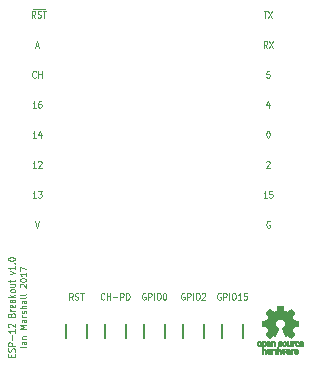
<source format=gto>
G04 #@! TF.FileFunction,Legend,Top*
%FSLAX46Y46*%
G04 Gerber Fmt 4.6, Leading zero omitted, Abs format (unit mm)*
G04 Created by KiCad (PCBNEW 4.0.5-e0-6337~49~ubuntu16.04.1) date Tue Jan  3 21:15:41 2017*
%MOMM*%
%LPD*%
G01*
G04 APERTURE LIST*
%ADD10C,0.100000*%
%ADD11C,0.101600*%
%ADD12C,0.150000*%
%ADD13C,0.010000*%
G04 APERTURE END LIST*
D10*
D11*
X144249321Y-130555474D02*
X144249321Y-130388808D01*
X144555331Y-130317379D02*
X144555331Y-130555474D01*
X143971131Y-130555474D01*
X143971131Y-130317379D01*
X144527512Y-130126903D02*
X144555331Y-130055474D01*
X144555331Y-129936427D01*
X144527512Y-129888808D01*
X144499693Y-129864998D01*
X144444055Y-129841189D01*
X144388417Y-129841189D01*
X144332779Y-129864998D01*
X144304960Y-129888808D01*
X144277140Y-129936427D01*
X144249321Y-130031665D01*
X144221502Y-130079284D01*
X144193683Y-130103093D01*
X144138045Y-130126903D01*
X144082407Y-130126903D01*
X144026769Y-130103093D01*
X143998950Y-130079284D01*
X143971131Y-130031665D01*
X143971131Y-129912617D01*
X143998950Y-129841189D01*
X144555331Y-129626903D02*
X143971131Y-129626903D01*
X143971131Y-129436427D01*
X143998950Y-129388808D01*
X144026769Y-129364999D01*
X144082407Y-129341189D01*
X144165864Y-129341189D01*
X144221502Y-129364999D01*
X144249321Y-129388808D01*
X144277140Y-129436427D01*
X144277140Y-129626903D01*
X144332779Y-129126903D02*
X144332779Y-128745951D01*
X144555331Y-128245951D02*
X144555331Y-128531665D01*
X144555331Y-128388808D02*
X143971131Y-128388808D01*
X144054588Y-128436427D01*
X144110226Y-128484046D01*
X144138045Y-128531665D01*
X144026769Y-128055475D02*
X143998950Y-128031665D01*
X143971131Y-127984046D01*
X143971131Y-127864999D01*
X143998950Y-127817380D01*
X144026769Y-127793570D01*
X144082407Y-127769761D01*
X144138045Y-127769761D01*
X144221502Y-127793570D01*
X144555331Y-128079284D01*
X144555331Y-127769761D01*
X144249321Y-127007857D02*
X144277140Y-126936428D01*
X144304960Y-126912619D01*
X144360598Y-126888809D01*
X144444055Y-126888809D01*
X144499693Y-126912619D01*
X144527512Y-126936428D01*
X144555331Y-126984047D01*
X144555331Y-127174523D01*
X143971131Y-127174523D01*
X143971131Y-127007857D01*
X143998950Y-126960238D01*
X144026769Y-126936428D01*
X144082407Y-126912619D01*
X144138045Y-126912619D01*
X144193683Y-126936428D01*
X144221502Y-126960238D01*
X144249321Y-127007857D01*
X144249321Y-127174523D01*
X144555331Y-126674523D02*
X144165864Y-126674523D01*
X144277140Y-126674523D02*
X144221502Y-126650714D01*
X144193683Y-126626904D01*
X144165864Y-126579285D01*
X144165864Y-126531666D01*
X144527512Y-126174523D02*
X144555331Y-126222142D01*
X144555331Y-126317380D01*
X144527512Y-126364999D01*
X144471874Y-126388809D01*
X144249321Y-126388809D01*
X144193683Y-126364999D01*
X144165864Y-126317380D01*
X144165864Y-126222142D01*
X144193683Y-126174523D01*
X144249321Y-126150714D01*
X144304960Y-126150714D01*
X144360598Y-126388809D01*
X144555331Y-125722143D02*
X144249321Y-125722143D01*
X144193683Y-125745952D01*
X144165864Y-125793571D01*
X144165864Y-125888809D01*
X144193683Y-125936428D01*
X144527512Y-125722143D02*
X144555331Y-125769762D01*
X144555331Y-125888809D01*
X144527512Y-125936428D01*
X144471874Y-125960238D01*
X144416236Y-125960238D01*
X144360598Y-125936428D01*
X144332779Y-125888809D01*
X144332779Y-125769762D01*
X144304960Y-125722143D01*
X144555331Y-125484047D02*
X143971131Y-125484047D01*
X144332779Y-125436428D02*
X144555331Y-125293571D01*
X144165864Y-125293571D02*
X144388417Y-125484047D01*
X144555331Y-125007857D02*
X144527512Y-125055476D01*
X144499693Y-125079285D01*
X144444055Y-125103095D01*
X144277140Y-125103095D01*
X144221502Y-125079285D01*
X144193683Y-125055476D01*
X144165864Y-125007857D01*
X144165864Y-124936428D01*
X144193683Y-124888809D01*
X144221502Y-124865000D01*
X144277140Y-124841190D01*
X144444055Y-124841190D01*
X144499693Y-124865000D01*
X144527512Y-124888809D01*
X144555331Y-124936428D01*
X144555331Y-125007857D01*
X144165864Y-124412619D02*
X144555331Y-124412619D01*
X144165864Y-124626904D02*
X144471874Y-124626904D01*
X144527512Y-124603095D01*
X144555331Y-124555476D01*
X144555331Y-124484047D01*
X144527512Y-124436428D01*
X144499693Y-124412619D01*
X144165864Y-124245952D02*
X144165864Y-124055476D01*
X143971131Y-124174523D02*
X144471874Y-124174523D01*
X144527512Y-124150714D01*
X144555331Y-124103095D01*
X144555331Y-124055476D01*
X144165864Y-123555476D02*
X144555331Y-123436429D01*
X144165864Y-123317381D01*
X144555331Y-122865001D02*
X144555331Y-123150715D01*
X144555331Y-123007858D02*
X143971131Y-123007858D01*
X144054588Y-123055477D01*
X144110226Y-123103096D01*
X144138045Y-123150715D01*
X144499693Y-122650715D02*
X144527512Y-122626906D01*
X144555331Y-122650715D01*
X144527512Y-122674525D01*
X144499693Y-122650715D01*
X144555331Y-122650715D01*
X143971131Y-122317382D02*
X143971131Y-122269763D01*
X143998950Y-122222144D01*
X144026769Y-122198335D01*
X144082407Y-122174525D01*
X144193683Y-122150716D01*
X144332779Y-122150716D01*
X144444055Y-122174525D01*
X144499693Y-122198335D01*
X144527512Y-122222144D01*
X144555331Y-122269763D01*
X144555331Y-122317382D01*
X144527512Y-122365001D01*
X144499693Y-122388811D01*
X144444055Y-122412620D01*
X144332779Y-122436430D01*
X144193683Y-122436430D01*
X144082407Y-122412620D01*
X144026769Y-122388811D01*
X143998950Y-122365001D01*
X143971131Y-122317382D01*
X145533231Y-129734046D02*
X144949031Y-129734046D01*
X145533231Y-129281666D02*
X145227221Y-129281666D01*
X145171583Y-129305475D01*
X145143764Y-129353094D01*
X145143764Y-129448332D01*
X145171583Y-129495951D01*
X145505412Y-129281666D02*
X145533231Y-129329285D01*
X145533231Y-129448332D01*
X145505412Y-129495951D01*
X145449774Y-129519761D01*
X145394136Y-129519761D01*
X145338498Y-129495951D01*
X145310679Y-129448332D01*
X145310679Y-129329285D01*
X145282860Y-129281666D01*
X145143764Y-129043570D02*
X145533231Y-129043570D01*
X145199402Y-129043570D02*
X145171583Y-129019761D01*
X145143764Y-128972142D01*
X145143764Y-128900713D01*
X145171583Y-128853094D01*
X145227221Y-128829285D01*
X145533231Y-128829285D01*
X145533231Y-128210237D02*
X144949031Y-128210237D01*
X145366317Y-128043571D01*
X144949031Y-127876904D01*
X145533231Y-127876904D01*
X145533231Y-127424523D02*
X145227221Y-127424523D01*
X145171583Y-127448332D01*
X145143764Y-127495951D01*
X145143764Y-127591189D01*
X145171583Y-127638808D01*
X145505412Y-127424523D02*
X145533231Y-127472142D01*
X145533231Y-127591189D01*
X145505412Y-127638808D01*
X145449774Y-127662618D01*
X145394136Y-127662618D01*
X145338498Y-127638808D01*
X145310679Y-127591189D01*
X145310679Y-127472142D01*
X145282860Y-127424523D01*
X145533231Y-127186427D02*
X145143764Y-127186427D01*
X145255040Y-127186427D02*
X145199402Y-127162618D01*
X145171583Y-127138808D01*
X145143764Y-127091189D01*
X145143764Y-127043570D01*
X145505412Y-126900713D02*
X145533231Y-126853094D01*
X145533231Y-126757856D01*
X145505412Y-126710237D01*
X145449774Y-126686427D01*
X145421955Y-126686427D01*
X145366317Y-126710237D01*
X145338498Y-126757856D01*
X145338498Y-126829284D01*
X145310679Y-126876903D01*
X145255040Y-126900713D01*
X145227221Y-126900713D01*
X145171583Y-126876903D01*
X145143764Y-126829284D01*
X145143764Y-126757856D01*
X145171583Y-126710237D01*
X145533231Y-126472141D02*
X144949031Y-126472141D01*
X145533231Y-126257856D02*
X145227221Y-126257856D01*
X145171583Y-126281665D01*
X145143764Y-126329284D01*
X145143764Y-126400713D01*
X145171583Y-126448332D01*
X145199402Y-126472141D01*
X145533231Y-125805475D02*
X145227221Y-125805475D01*
X145171583Y-125829284D01*
X145143764Y-125876903D01*
X145143764Y-125972141D01*
X145171583Y-126019760D01*
X145505412Y-125805475D02*
X145533231Y-125853094D01*
X145533231Y-125972141D01*
X145505412Y-126019760D01*
X145449774Y-126043570D01*
X145394136Y-126043570D01*
X145338498Y-126019760D01*
X145310679Y-125972141D01*
X145310679Y-125853094D01*
X145282860Y-125805475D01*
X145533231Y-125495951D02*
X145505412Y-125543570D01*
X145449774Y-125567379D01*
X144949031Y-125567379D01*
X145533231Y-125234046D02*
X145505412Y-125281665D01*
X145449774Y-125305474D01*
X144949031Y-125305474D01*
X145004669Y-124686427D02*
X144976850Y-124662617D01*
X144949031Y-124614998D01*
X144949031Y-124495951D01*
X144976850Y-124448332D01*
X145004669Y-124424522D01*
X145060307Y-124400713D01*
X145115945Y-124400713D01*
X145199402Y-124424522D01*
X145533231Y-124710236D01*
X145533231Y-124400713D01*
X144949031Y-124091189D02*
X144949031Y-124043570D01*
X144976850Y-123995951D01*
X145004669Y-123972142D01*
X145060307Y-123948332D01*
X145171583Y-123924523D01*
X145310679Y-123924523D01*
X145421955Y-123948332D01*
X145477593Y-123972142D01*
X145505412Y-123995951D01*
X145533231Y-124043570D01*
X145533231Y-124091189D01*
X145505412Y-124138808D01*
X145477593Y-124162618D01*
X145421955Y-124186427D01*
X145310679Y-124210237D01*
X145171583Y-124210237D01*
X145060307Y-124186427D01*
X145004669Y-124162618D01*
X144976850Y-124138808D01*
X144949031Y-124091189D01*
X145533231Y-123448333D02*
X145533231Y-123734047D01*
X145533231Y-123591190D02*
X144949031Y-123591190D01*
X145032488Y-123638809D01*
X145088126Y-123686428D01*
X145115945Y-123734047D01*
X144949031Y-123281666D02*
X144949031Y-122948333D01*
X145533231Y-123162619D01*
X161964810Y-125183900D02*
X161917191Y-125156081D01*
X161845763Y-125156081D01*
X161774334Y-125183900D01*
X161726715Y-125239538D01*
X161702906Y-125295176D01*
X161679096Y-125406452D01*
X161679096Y-125489910D01*
X161702906Y-125601186D01*
X161726715Y-125656824D01*
X161774334Y-125712462D01*
X161845763Y-125740281D01*
X161893382Y-125740281D01*
X161964810Y-125712462D01*
X161988620Y-125684643D01*
X161988620Y-125489910D01*
X161893382Y-125489910D01*
X162202906Y-125740281D02*
X162202906Y-125156081D01*
X162393382Y-125156081D01*
X162441001Y-125183900D01*
X162464810Y-125211719D01*
X162488620Y-125267357D01*
X162488620Y-125350814D01*
X162464810Y-125406452D01*
X162441001Y-125434271D01*
X162393382Y-125462090D01*
X162202906Y-125462090D01*
X162702906Y-125740281D02*
X162702906Y-125156081D01*
X163036239Y-125156081D02*
X163131477Y-125156081D01*
X163179096Y-125183900D01*
X163226715Y-125239538D01*
X163250524Y-125350814D01*
X163250524Y-125545548D01*
X163226715Y-125656824D01*
X163179096Y-125712462D01*
X163131477Y-125740281D01*
X163036239Y-125740281D01*
X162988620Y-125712462D01*
X162941001Y-125656824D01*
X162917191Y-125545548D01*
X162917191Y-125350814D01*
X162941001Y-125239538D01*
X162988620Y-125183900D01*
X163036239Y-125156081D01*
X163726715Y-125740281D02*
X163441001Y-125740281D01*
X163583858Y-125740281D02*
X163583858Y-125156081D01*
X163536239Y-125239538D01*
X163488620Y-125295176D01*
X163441001Y-125322995D01*
X164179096Y-125156081D02*
X163941001Y-125156081D01*
X163917191Y-125434271D01*
X163941001Y-125406452D01*
X163988620Y-125378633D01*
X164107667Y-125378633D01*
X164155286Y-125406452D01*
X164179096Y-125434271D01*
X164202905Y-125489910D01*
X164202905Y-125629005D01*
X164179096Y-125684643D01*
X164155286Y-125712462D01*
X164107667Y-125740281D01*
X163988620Y-125740281D01*
X163941001Y-125712462D01*
X163917191Y-125684643D01*
X158900905Y-125183900D02*
X158853286Y-125156081D01*
X158781858Y-125156081D01*
X158710429Y-125183900D01*
X158662810Y-125239538D01*
X158639001Y-125295176D01*
X158615191Y-125406452D01*
X158615191Y-125489910D01*
X158639001Y-125601186D01*
X158662810Y-125656824D01*
X158710429Y-125712462D01*
X158781858Y-125740281D01*
X158829477Y-125740281D01*
X158900905Y-125712462D01*
X158924715Y-125684643D01*
X158924715Y-125489910D01*
X158829477Y-125489910D01*
X159139001Y-125740281D02*
X159139001Y-125156081D01*
X159329477Y-125156081D01*
X159377096Y-125183900D01*
X159400905Y-125211719D01*
X159424715Y-125267357D01*
X159424715Y-125350814D01*
X159400905Y-125406452D01*
X159377096Y-125434271D01*
X159329477Y-125462090D01*
X159139001Y-125462090D01*
X159639001Y-125740281D02*
X159639001Y-125156081D01*
X159972334Y-125156081D02*
X160067572Y-125156081D01*
X160115191Y-125183900D01*
X160162810Y-125239538D01*
X160186619Y-125350814D01*
X160186619Y-125545548D01*
X160162810Y-125656824D01*
X160115191Y-125712462D01*
X160067572Y-125740281D01*
X159972334Y-125740281D01*
X159924715Y-125712462D01*
X159877096Y-125656824D01*
X159853286Y-125545548D01*
X159853286Y-125350814D01*
X159877096Y-125239538D01*
X159924715Y-125183900D01*
X159972334Y-125156081D01*
X160377096Y-125211719D02*
X160400906Y-125183900D01*
X160448525Y-125156081D01*
X160567572Y-125156081D01*
X160615191Y-125183900D01*
X160639001Y-125211719D01*
X160662810Y-125267357D01*
X160662810Y-125322995D01*
X160639001Y-125406452D01*
X160353287Y-125740281D01*
X160662810Y-125740281D01*
X155598905Y-125183900D02*
X155551286Y-125156081D01*
X155479858Y-125156081D01*
X155408429Y-125183900D01*
X155360810Y-125239538D01*
X155337001Y-125295176D01*
X155313191Y-125406452D01*
X155313191Y-125489910D01*
X155337001Y-125601186D01*
X155360810Y-125656824D01*
X155408429Y-125712462D01*
X155479858Y-125740281D01*
X155527477Y-125740281D01*
X155598905Y-125712462D01*
X155622715Y-125684643D01*
X155622715Y-125489910D01*
X155527477Y-125489910D01*
X155837001Y-125740281D02*
X155837001Y-125156081D01*
X156027477Y-125156081D01*
X156075096Y-125183900D01*
X156098905Y-125211719D01*
X156122715Y-125267357D01*
X156122715Y-125350814D01*
X156098905Y-125406452D01*
X156075096Y-125434271D01*
X156027477Y-125462090D01*
X155837001Y-125462090D01*
X156337001Y-125740281D02*
X156337001Y-125156081D01*
X156670334Y-125156081D02*
X156765572Y-125156081D01*
X156813191Y-125183900D01*
X156860810Y-125239538D01*
X156884619Y-125350814D01*
X156884619Y-125545548D01*
X156860810Y-125656824D01*
X156813191Y-125712462D01*
X156765572Y-125740281D01*
X156670334Y-125740281D01*
X156622715Y-125712462D01*
X156575096Y-125656824D01*
X156551286Y-125545548D01*
X156551286Y-125350814D01*
X156575096Y-125239538D01*
X156622715Y-125183900D01*
X156670334Y-125156081D01*
X157194144Y-125156081D02*
X157241763Y-125156081D01*
X157289382Y-125183900D01*
X157313191Y-125211719D01*
X157337001Y-125267357D01*
X157360810Y-125378633D01*
X157360810Y-125517729D01*
X157337001Y-125629005D01*
X157313191Y-125684643D01*
X157289382Y-125712462D01*
X157241763Y-125740281D01*
X157194144Y-125740281D01*
X157146525Y-125712462D01*
X157122715Y-125684643D01*
X157098906Y-125629005D01*
X157075096Y-125517729D01*
X157075096Y-125378633D01*
X157098906Y-125267357D01*
X157122715Y-125211719D01*
X157146525Y-125183900D01*
X157194144Y-125156081D01*
X152118333Y-125684643D02*
X152094523Y-125712462D01*
X152023095Y-125740281D01*
X151975476Y-125740281D01*
X151904047Y-125712462D01*
X151856428Y-125656824D01*
X151832619Y-125601186D01*
X151808809Y-125489910D01*
X151808809Y-125406452D01*
X151832619Y-125295176D01*
X151856428Y-125239538D01*
X151904047Y-125183900D01*
X151975476Y-125156081D01*
X152023095Y-125156081D01*
X152094523Y-125183900D01*
X152118333Y-125211719D01*
X152332619Y-125740281D02*
X152332619Y-125156081D01*
X152332619Y-125434271D02*
X152618333Y-125434271D01*
X152618333Y-125740281D02*
X152618333Y-125156081D01*
X152856429Y-125517729D02*
X153237381Y-125517729D01*
X153475477Y-125740281D02*
X153475477Y-125156081D01*
X153665953Y-125156081D01*
X153713572Y-125183900D01*
X153737381Y-125211719D01*
X153761191Y-125267357D01*
X153761191Y-125350814D01*
X153737381Y-125406452D01*
X153713572Y-125434271D01*
X153665953Y-125462090D01*
X153475477Y-125462090D01*
X153975477Y-125740281D02*
X153975477Y-125156081D01*
X154094524Y-125156081D01*
X154165953Y-125183900D01*
X154213572Y-125239538D01*
X154237381Y-125295176D01*
X154261191Y-125406452D01*
X154261191Y-125489910D01*
X154237381Y-125601186D01*
X154213572Y-125656824D01*
X154165953Y-125712462D01*
X154094524Y-125740281D01*
X153975477Y-125740281D01*
X149459191Y-125740281D02*
X149292524Y-125462090D01*
X149173477Y-125740281D02*
X149173477Y-125156081D01*
X149363953Y-125156081D01*
X149411572Y-125183900D01*
X149435381Y-125211719D01*
X149459191Y-125267357D01*
X149459191Y-125350814D01*
X149435381Y-125406452D01*
X149411572Y-125434271D01*
X149363953Y-125462090D01*
X149173477Y-125462090D01*
X149649667Y-125712462D02*
X149721096Y-125740281D01*
X149840143Y-125740281D01*
X149887762Y-125712462D01*
X149911572Y-125684643D01*
X149935381Y-125629005D01*
X149935381Y-125573367D01*
X149911572Y-125517729D01*
X149887762Y-125489910D01*
X149840143Y-125462090D01*
X149744905Y-125434271D01*
X149697286Y-125406452D01*
X149673477Y-125378633D01*
X149649667Y-125322995D01*
X149649667Y-125267357D01*
X149673477Y-125211719D01*
X149697286Y-125183900D01*
X149744905Y-125156081D01*
X149863953Y-125156081D01*
X149935381Y-125183900D01*
X150078238Y-125156081D02*
X150363952Y-125156081D01*
X150221095Y-125740281D02*
X150221095Y-125156081D01*
X146050000Y-101092000D02*
X147066000Y-101092000D01*
X165608048Y-101280081D02*
X165893762Y-101280081D01*
X165750905Y-101864281D02*
X165750905Y-101280081D01*
X166012810Y-101280081D02*
X166346143Y-101864281D01*
X166346143Y-101280081D02*
X166012810Y-101864281D01*
X165905667Y-104404281D02*
X165739000Y-104126090D01*
X165619953Y-104404281D02*
X165619953Y-103820081D01*
X165810429Y-103820081D01*
X165858048Y-103847900D01*
X165881857Y-103875719D01*
X165905667Y-103931357D01*
X165905667Y-104014814D01*
X165881857Y-104070452D01*
X165858048Y-104098271D01*
X165810429Y-104126090D01*
X165619953Y-104126090D01*
X166072334Y-103820081D02*
X166405667Y-104404281D01*
X166405667Y-103820081D02*
X166072334Y-104404281D01*
X166108048Y-106360081D02*
X165869953Y-106360081D01*
X165846143Y-106638271D01*
X165869953Y-106610452D01*
X165917572Y-106582633D01*
X166036619Y-106582633D01*
X166084238Y-106610452D01*
X166108048Y-106638271D01*
X166131857Y-106693910D01*
X166131857Y-106833005D01*
X166108048Y-106888643D01*
X166084238Y-106916462D01*
X166036619Y-106944281D01*
X165917572Y-106944281D01*
X165869953Y-106916462D01*
X165846143Y-106888643D01*
X166084238Y-109094814D02*
X166084238Y-109484281D01*
X165965191Y-108872262D02*
X165846143Y-109289548D01*
X166155667Y-109289548D01*
X165965191Y-111440081D02*
X166012810Y-111440081D01*
X166060429Y-111467900D01*
X166084238Y-111495719D01*
X166108048Y-111551357D01*
X166131857Y-111662633D01*
X166131857Y-111801729D01*
X166108048Y-111913005D01*
X166084238Y-111968643D01*
X166060429Y-111996462D01*
X166012810Y-112024281D01*
X165965191Y-112024281D01*
X165917572Y-111996462D01*
X165893762Y-111968643D01*
X165869953Y-111913005D01*
X165846143Y-111801729D01*
X165846143Y-111662633D01*
X165869953Y-111551357D01*
X165893762Y-111495719D01*
X165917572Y-111467900D01*
X165965191Y-111440081D01*
X165846143Y-114035719D02*
X165869953Y-114007900D01*
X165917572Y-113980081D01*
X166036619Y-113980081D01*
X166084238Y-114007900D01*
X166108048Y-114035719D01*
X166131857Y-114091357D01*
X166131857Y-114146995D01*
X166108048Y-114230452D01*
X165822334Y-114564281D01*
X166131857Y-114564281D01*
X165893762Y-117104281D02*
X165608048Y-117104281D01*
X165750905Y-117104281D02*
X165750905Y-116520081D01*
X165703286Y-116603538D01*
X165655667Y-116659176D01*
X165608048Y-116686995D01*
X166346143Y-116520081D02*
X166108048Y-116520081D01*
X166084238Y-116798271D01*
X166108048Y-116770452D01*
X166155667Y-116742633D01*
X166274714Y-116742633D01*
X166322333Y-116770452D01*
X166346143Y-116798271D01*
X166369952Y-116853910D01*
X166369952Y-116993005D01*
X166346143Y-117048643D01*
X166322333Y-117076462D01*
X166274714Y-117104281D01*
X166155667Y-117104281D01*
X166108048Y-117076462D01*
X166084238Y-117048643D01*
X166119952Y-119087900D02*
X166072333Y-119060081D01*
X166000905Y-119060081D01*
X165929476Y-119087900D01*
X165881857Y-119143538D01*
X165858048Y-119199176D01*
X165834238Y-119310452D01*
X165834238Y-119393910D01*
X165858048Y-119505186D01*
X165881857Y-119560824D01*
X165929476Y-119616462D01*
X166000905Y-119644281D01*
X166048524Y-119644281D01*
X166119952Y-119616462D01*
X166143762Y-119588643D01*
X166143762Y-119393910D01*
X166048524Y-119393910D01*
X146264334Y-119060081D02*
X146431001Y-119644281D01*
X146597667Y-119060081D01*
X146335762Y-117104281D02*
X146050048Y-117104281D01*
X146192905Y-117104281D02*
X146192905Y-116520081D01*
X146145286Y-116603538D01*
X146097667Y-116659176D01*
X146050048Y-116686995D01*
X146502429Y-116520081D02*
X146811952Y-116520081D01*
X146645286Y-116742633D01*
X146716714Y-116742633D01*
X146764333Y-116770452D01*
X146788143Y-116798271D01*
X146811952Y-116853910D01*
X146811952Y-116993005D01*
X146788143Y-117048643D01*
X146764333Y-117076462D01*
X146716714Y-117104281D01*
X146573857Y-117104281D01*
X146526238Y-117076462D01*
X146502429Y-117048643D01*
X146335762Y-114564281D02*
X146050048Y-114564281D01*
X146192905Y-114564281D02*
X146192905Y-113980081D01*
X146145286Y-114063538D01*
X146097667Y-114119176D01*
X146050048Y-114146995D01*
X146526238Y-114035719D02*
X146550048Y-114007900D01*
X146597667Y-113980081D01*
X146716714Y-113980081D01*
X146764333Y-114007900D01*
X146788143Y-114035719D01*
X146811952Y-114091357D01*
X146811952Y-114146995D01*
X146788143Y-114230452D01*
X146502429Y-114564281D01*
X146811952Y-114564281D01*
X146335762Y-112024281D02*
X146050048Y-112024281D01*
X146192905Y-112024281D02*
X146192905Y-111440081D01*
X146145286Y-111523538D01*
X146097667Y-111579176D01*
X146050048Y-111606995D01*
X146764333Y-111634814D02*
X146764333Y-112024281D01*
X146645286Y-111412262D02*
X146526238Y-111829548D01*
X146835762Y-111829548D01*
X146335762Y-109484281D02*
X146050048Y-109484281D01*
X146192905Y-109484281D02*
X146192905Y-108900081D01*
X146145286Y-108983538D01*
X146097667Y-109039176D01*
X146050048Y-109066995D01*
X146764333Y-108900081D02*
X146669095Y-108900081D01*
X146621476Y-108927900D01*
X146597667Y-108955719D01*
X146550048Y-109039176D01*
X146526238Y-109150452D01*
X146526238Y-109373005D01*
X146550048Y-109428643D01*
X146573857Y-109456462D01*
X146621476Y-109484281D01*
X146716714Y-109484281D01*
X146764333Y-109456462D01*
X146788143Y-109428643D01*
X146811952Y-109373005D01*
X146811952Y-109233910D01*
X146788143Y-109178271D01*
X146764333Y-109150452D01*
X146716714Y-109122633D01*
X146621476Y-109122633D01*
X146573857Y-109150452D01*
X146550048Y-109178271D01*
X146526238Y-109233910D01*
X146323857Y-106888643D02*
X146300047Y-106916462D01*
X146228619Y-106944281D01*
X146181000Y-106944281D01*
X146109571Y-106916462D01*
X146061952Y-106860824D01*
X146038143Y-106805186D01*
X146014333Y-106693910D01*
X146014333Y-106610452D01*
X146038143Y-106499176D01*
X146061952Y-106443538D01*
X146109571Y-106387900D01*
X146181000Y-106360081D01*
X146228619Y-106360081D01*
X146300047Y-106387900D01*
X146323857Y-106415719D01*
X146538143Y-106944281D02*
X146538143Y-106360081D01*
X146538143Y-106638271D02*
X146823857Y-106638271D01*
X146823857Y-106944281D02*
X146823857Y-106360081D01*
X146311953Y-104237367D02*
X146550048Y-104237367D01*
X146264334Y-104404281D02*
X146431001Y-103820081D01*
X146597667Y-104404281D01*
X146284191Y-101863105D02*
X146117524Y-101586152D01*
X145998477Y-101863105D02*
X145998477Y-101281505D01*
X146188953Y-101281505D01*
X146236572Y-101309200D01*
X146260381Y-101336895D01*
X146284191Y-101392286D01*
X146284191Y-101475371D01*
X146260381Y-101530762D01*
X146236572Y-101558457D01*
X146188953Y-101586152D01*
X145998477Y-101586152D01*
X146474667Y-101835410D02*
X146546096Y-101863105D01*
X146665143Y-101863105D01*
X146712762Y-101835410D01*
X146736572Y-101807714D01*
X146760381Y-101752324D01*
X146760381Y-101696933D01*
X146736572Y-101641543D01*
X146712762Y-101613848D01*
X146665143Y-101586152D01*
X146569905Y-101558457D01*
X146522286Y-101530762D01*
X146498477Y-101503067D01*
X146474667Y-101447676D01*
X146474667Y-101392286D01*
X146498477Y-101336895D01*
X146522286Y-101309200D01*
X146569905Y-101281505D01*
X146688953Y-101281505D01*
X146760381Y-101309200D01*
X146903238Y-101281505D02*
X147188952Y-101281505D01*
X147046095Y-101863105D02*
X147046095Y-101281505D01*
D12*
X150633400Y-127771600D02*
X150633400Y-128971600D01*
X148883400Y-128971600D02*
X148883400Y-127771600D01*
X153935400Y-127771600D02*
X153935400Y-128971600D01*
X152185400Y-128971600D02*
X152185400Y-127771600D01*
X157237400Y-127771600D02*
X157237400Y-128971600D01*
X155487400Y-128971600D02*
X155487400Y-127771600D01*
X160539400Y-127771600D02*
X160539400Y-128971600D01*
X158789400Y-128971600D02*
X158789400Y-127771600D01*
X163841400Y-127771600D02*
X163841400Y-128971600D01*
X162091400Y-128971600D02*
X162091400Y-127771600D01*
D13*
G36*
X165705815Y-129258671D02*
X165735581Y-129271905D01*
X165761099Y-129291487D01*
X165780731Y-129316939D01*
X165791128Y-129341309D01*
X165793293Y-129353023D01*
X165795485Y-129372465D01*
X165797484Y-129397206D01*
X165799071Y-129424818D01*
X165799435Y-129433320D01*
X165800178Y-129486341D01*
X165797830Y-129530274D01*
X165792312Y-129565735D01*
X165783550Y-129593338D01*
X165778195Y-129603932D01*
X165757280Y-129630184D01*
X165730429Y-129649568D01*
X165699472Y-129661760D01*
X165666245Y-129666437D01*
X165632579Y-129663276D01*
X165600307Y-129651954D01*
X165579477Y-129638960D01*
X165568475Y-129631057D01*
X165561128Y-129626673D01*
X165560078Y-129626360D01*
X165559357Y-129631232D01*
X165558702Y-129645024D01*
X165558136Y-129666491D01*
X165557684Y-129694393D01*
X165557368Y-129727487D01*
X165557212Y-129764532D01*
X165557200Y-129778726D01*
X165557200Y-129931092D01*
X165580176Y-129913554D01*
X165596803Y-129902773D01*
X165613919Y-129894589D01*
X165622086Y-129892058D01*
X165647576Y-129888960D01*
X165675039Y-129889172D01*
X165700225Y-129892468D01*
X165715388Y-129896967D01*
X165739667Y-129911343D01*
X165762878Y-129932275D01*
X165781574Y-129956443D01*
X165786773Y-129965772D01*
X165790081Y-129972833D01*
X165792717Y-129979914D01*
X165794773Y-129988242D01*
X165796339Y-129999043D01*
X165797507Y-130013544D01*
X165798368Y-130032970D01*
X165799013Y-130058549D01*
X165799534Y-130091508D01*
X165800021Y-130133071D01*
X165800157Y-130145790D01*
X165801814Y-130302000D01*
X165714680Y-130302000D01*
X165714680Y-130174319D01*
X165714409Y-130126488D01*
X165713609Y-130087258D01*
X165712295Y-130057038D01*
X165710485Y-130036235D01*
X165708722Y-130026755D01*
X165697736Y-130005585D01*
X165679992Y-129987719D01*
X165658665Y-129976047D01*
X165650666Y-129973908D01*
X165629533Y-129974196D01*
X165606729Y-129981020D01*
X165586550Y-129992703D01*
X165576191Y-130003000D01*
X165570763Y-130011658D01*
X165566473Y-130022228D01*
X165563191Y-130035931D01*
X165560788Y-130053990D01*
X165559137Y-130077625D01*
X165558109Y-130108058D01*
X165557574Y-130146509D01*
X165557421Y-130181350D01*
X165557200Y-130302000D01*
X165517406Y-130302000D01*
X165498186Y-130301594D01*
X165483097Y-130300521D01*
X165474854Y-130298992D01*
X165474226Y-130298613D01*
X165473758Y-130293170D01*
X165473310Y-130278246D01*
X165472885Y-130254517D01*
X165472488Y-130222664D01*
X165472123Y-130183363D01*
X165471795Y-130137292D01*
X165471508Y-130085131D01*
X165471266Y-130027557D01*
X165471074Y-129965249D01*
X165470937Y-129898884D01*
X165470858Y-129829140D01*
X165470840Y-129775373D01*
X165470840Y-129461491D01*
X165564820Y-129461491D01*
X165565008Y-129491042D01*
X165565706Y-129512304D01*
X165567115Y-129527145D01*
X165569435Y-129537431D01*
X165572867Y-129545029D01*
X165573986Y-129546824D01*
X165591737Y-129565277D01*
X165614691Y-129576770D01*
X165640132Y-129580691D01*
X165665343Y-129576424D01*
X165678155Y-129570349D01*
X165690965Y-129560547D01*
X165700242Y-129548026D01*
X165706482Y-129531156D01*
X165710180Y-129508308D01*
X165711831Y-129477851D01*
X165712044Y-129458720D01*
X165711857Y-129430803D01*
X165711008Y-129410753D01*
X165709212Y-129396282D01*
X165706187Y-129385104D01*
X165701647Y-129374931D01*
X165701631Y-129374900D01*
X165686142Y-129355126D01*
X165665119Y-129342211D01*
X165641058Y-129336788D01*
X165616454Y-129339491D01*
X165597321Y-129348419D01*
X165585452Y-129357479D01*
X165576838Y-129367433D01*
X165570974Y-129380032D01*
X165567356Y-129397030D01*
X165565481Y-129420179D01*
X165564844Y-129451232D01*
X165564820Y-129461491D01*
X165470840Y-129461491D01*
X165470840Y-129255520D01*
X165556586Y-129255520D01*
X165558163Y-129273554D01*
X165559740Y-129291589D01*
X165577038Y-129278781D01*
X165607412Y-129261839D01*
X165640092Y-129253159D01*
X165673439Y-129252263D01*
X165705815Y-129258671D01*
X165705815Y-129258671D01*
G37*
X165705815Y-129258671D02*
X165735581Y-129271905D01*
X165761099Y-129291487D01*
X165780731Y-129316939D01*
X165791128Y-129341309D01*
X165793293Y-129353023D01*
X165795485Y-129372465D01*
X165797484Y-129397206D01*
X165799071Y-129424818D01*
X165799435Y-129433320D01*
X165800178Y-129486341D01*
X165797830Y-129530274D01*
X165792312Y-129565735D01*
X165783550Y-129593338D01*
X165778195Y-129603932D01*
X165757280Y-129630184D01*
X165730429Y-129649568D01*
X165699472Y-129661760D01*
X165666245Y-129666437D01*
X165632579Y-129663276D01*
X165600307Y-129651954D01*
X165579477Y-129638960D01*
X165568475Y-129631057D01*
X165561128Y-129626673D01*
X165560078Y-129626360D01*
X165559357Y-129631232D01*
X165558702Y-129645024D01*
X165558136Y-129666491D01*
X165557684Y-129694393D01*
X165557368Y-129727487D01*
X165557212Y-129764532D01*
X165557200Y-129778726D01*
X165557200Y-129931092D01*
X165580176Y-129913554D01*
X165596803Y-129902773D01*
X165613919Y-129894589D01*
X165622086Y-129892058D01*
X165647576Y-129888960D01*
X165675039Y-129889172D01*
X165700225Y-129892468D01*
X165715388Y-129896967D01*
X165739667Y-129911343D01*
X165762878Y-129932275D01*
X165781574Y-129956443D01*
X165786773Y-129965772D01*
X165790081Y-129972833D01*
X165792717Y-129979914D01*
X165794773Y-129988242D01*
X165796339Y-129999043D01*
X165797507Y-130013544D01*
X165798368Y-130032970D01*
X165799013Y-130058549D01*
X165799534Y-130091508D01*
X165800021Y-130133071D01*
X165800157Y-130145790D01*
X165801814Y-130302000D01*
X165714680Y-130302000D01*
X165714680Y-130174319D01*
X165714409Y-130126488D01*
X165713609Y-130087258D01*
X165712295Y-130057038D01*
X165710485Y-130036235D01*
X165708722Y-130026755D01*
X165697736Y-130005585D01*
X165679992Y-129987719D01*
X165658665Y-129976047D01*
X165650666Y-129973908D01*
X165629533Y-129974196D01*
X165606729Y-129981020D01*
X165586550Y-129992703D01*
X165576191Y-130003000D01*
X165570763Y-130011658D01*
X165566473Y-130022228D01*
X165563191Y-130035931D01*
X165560788Y-130053990D01*
X165559137Y-130077625D01*
X165558109Y-130108058D01*
X165557574Y-130146509D01*
X165557421Y-130181350D01*
X165557200Y-130302000D01*
X165517406Y-130302000D01*
X165498186Y-130301594D01*
X165483097Y-130300521D01*
X165474854Y-130298992D01*
X165474226Y-130298613D01*
X165473758Y-130293170D01*
X165473310Y-130278246D01*
X165472885Y-130254517D01*
X165472488Y-130222664D01*
X165472123Y-130183363D01*
X165471795Y-130137292D01*
X165471508Y-130085131D01*
X165471266Y-130027557D01*
X165471074Y-129965249D01*
X165470937Y-129898884D01*
X165470858Y-129829140D01*
X165470840Y-129775373D01*
X165470840Y-129461491D01*
X165564820Y-129461491D01*
X165565008Y-129491042D01*
X165565706Y-129512304D01*
X165567115Y-129527145D01*
X165569435Y-129537431D01*
X165572867Y-129545029D01*
X165573986Y-129546824D01*
X165591737Y-129565277D01*
X165614691Y-129576770D01*
X165640132Y-129580691D01*
X165665343Y-129576424D01*
X165678155Y-129570349D01*
X165690965Y-129560547D01*
X165700242Y-129548026D01*
X165706482Y-129531156D01*
X165710180Y-129508308D01*
X165711831Y-129477851D01*
X165712044Y-129458720D01*
X165711857Y-129430803D01*
X165711008Y-129410753D01*
X165709212Y-129396282D01*
X165706187Y-129385104D01*
X165701647Y-129374931D01*
X165701631Y-129374900D01*
X165686142Y-129355126D01*
X165665119Y-129342211D01*
X165641058Y-129336788D01*
X165616454Y-129339491D01*
X165597321Y-129348419D01*
X165585452Y-129357479D01*
X165576838Y-129367433D01*
X165570974Y-129380032D01*
X165567356Y-129397030D01*
X165565481Y-129420179D01*
X165564844Y-129451232D01*
X165564820Y-129461491D01*
X165470840Y-129461491D01*
X165470840Y-129255520D01*
X165556586Y-129255520D01*
X165558163Y-129273554D01*
X165559740Y-129291589D01*
X165577038Y-129278781D01*
X165607412Y-129261839D01*
X165640092Y-129253159D01*
X165673439Y-129252263D01*
X165705815Y-129258671D01*
G36*
X166047928Y-129889578D02*
X166069493Y-129891624D01*
X166087411Y-129895451D01*
X166101865Y-129900316D01*
X166131259Y-129916250D01*
X166154910Y-129938531D01*
X166171162Y-129965340D01*
X166176606Y-129982523D01*
X166178140Y-129994919D01*
X166179479Y-130016119D01*
X166180581Y-130044770D01*
X166181403Y-130079517D01*
X166181901Y-130119006D01*
X166182040Y-130154930D01*
X166182040Y-130302000D01*
X166095680Y-130302000D01*
X166095680Y-130271002D01*
X166077157Y-130285130D01*
X166067839Y-130291647D01*
X166058744Y-130295867D01*
X166047263Y-130298364D01*
X166030785Y-130299710D01*
X166007307Y-130300465D01*
X165984073Y-130300580D01*
X165963464Y-130299904D01*
X165948385Y-130298571D01*
X165943247Y-130297526D01*
X165911441Y-130282511D01*
X165885997Y-130261181D01*
X165867363Y-130235070D01*
X165855986Y-130205717D01*
X165852311Y-130174657D01*
X165852462Y-130173602D01*
X165935624Y-130173602D01*
X165939182Y-130191465D01*
X165950789Y-130206497D01*
X165960009Y-130212456D01*
X165974772Y-130216802D01*
X165995969Y-130219573D01*
X166019981Y-130220661D01*
X166043188Y-130219956D01*
X166061970Y-130217352D01*
X166067655Y-130215672D01*
X166080469Y-130205705D01*
X166089915Y-130188026D01*
X166095037Y-130164792D01*
X166095680Y-130152303D01*
X166095680Y-130129280D01*
X166038890Y-130129280D01*
X166005644Y-130129996D01*
X165980894Y-130132431D01*
X165963058Y-130137007D01*
X165950555Y-130144151D01*
X165941803Y-130154288D01*
X165941010Y-130155590D01*
X165935624Y-130173602D01*
X165852462Y-130173602D01*
X165856787Y-130143427D01*
X165869860Y-130113564D01*
X165884184Y-130094495D01*
X165896293Y-130082665D01*
X165909264Y-130073855D01*
X165924858Y-130067591D01*
X165944839Y-130063397D01*
X165970970Y-130060799D01*
X166005014Y-130059321D01*
X166015670Y-130059055D01*
X166095680Y-130057267D01*
X166095680Y-130030056D01*
X166093016Y-130006191D01*
X166084215Y-129989390D01*
X166068058Y-129978255D01*
X166044880Y-129971667D01*
X166010738Y-129968776D01*
X165980570Y-129973088D01*
X165956162Y-129984329D01*
X165954412Y-129985594D01*
X165937605Y-129998170D01*
X165918852Y-129985052D01*
X165902968Y-129973541D01*
X165887543Y-129961763D01*
X165884860Y-129959621D01*
X165869620Y-129947307D01*
X165890879Y-129927051D01*
X165911614Y-129910617D01*
X165934958Y-129899221D01*
X165962925Y-129892267D01*
X165997529Y-129889157D01*
X166019480Y-129888863D01*
X166047928Y-129889578D01*
X166047928Y-129889578D01*
G37*
X166047928Y-129889578D02*
X166069493Y-129891624D01*
X166087411Y-129895451D01*
X166101865Y-129900316D01*
X166131259Y-129916250D01*
X166154910Y-129938531D01*
X166171162Y-129965340D01*
X166176606Y-129982523D01*
X166178140Y-129994919D01*
X166179479Y-130016119D01*
X166180581Y-130044770D01*
X166181403Y-130079517D01*
X166181901Y-130119006D01*
X166182040Y-130154930D01*
X166182040Y-130302000D01*
X166095680Y-130302000D01*
X166095680Y-130271002D01*
X166077157Y-130285130D01*
X166067839Y-130291647D01*
X166058744Y-130295867D01*
X166047263Y-130298364D01*
X166030785Y-130299710D01*
X166007307Y-130300465D01*
X165984073Y-130300580D01*
X165963464Y-130299904D01*
X165948385Y-130298571D01*
X165943247Y-130297526D01*
X165911441Y-130282511D01*
X165885997Y-130261181D01*
X165867363Y-130235070D01*
X165855986Y-130205717D01*
X165852311Y-130174657D01*
X165852462Y-130173602D01*
X165935624Y-130173602D01*
X165939182Y-130191465D01*
X165950789Y-130206497D01*
X165960009Y-130212456D01*
X165974772Y-130216802D01*
X165995969Y-130219573D01*
X166019981Y-130220661D01*
X166043188Y-130219956D01*
X166061970Y-130217352D01*
X166067655Y-130215672D01*
X166080469Y-130205705D01*
X166089915Y-130188026D01*
X166095037Y-130164792D01*
X166095680Y-130152303D01*
X166095680Y-130129280D01*
X166038890Y-130129280D01*
X166005644Y-130129996D01*
X165980894Y-130132431D01*
X165963058Y-130137007D01*
X165950555Y-130144151D01*
X165941803Y-130154288D01*
X165941010Y-130155590D01*
X165935624Y-130173602D01*
X165852462Y-130173602D01*
X165856787Y-130143427D01*
X165869860Y-130113564D01*
X165884184Y-130094495D01*
X165896293Y-130082665D01*
X165909264Y-130073855D01*
X165924858Y-130067591D01*
X165944839Y-130063397D01*
X165970970Y-130060799D01*
X166005014Y-130059321D01*
X166015670Y-130059055D01*
X166095680Y-130057267D01*
X166095680Y-130030056D01*
X166093016Y-130006191D01*
X166084215Y-129989390D01*
X166068058Y-129978255D01*
X166044880Y-129971667D01*
X166010738Y-129968776D01*
X165980570Y-129973088D01*
X165956162Y-129984329D01*
X165954412Y-129985594D01*
X165937605Y-129998170D01*
X165918852Y-129985052D01*
X165902968Y-129973541D01*
X165887543Y-129961763D01*
X165884860Y-129959621D01*
X165869620Y-129947307D01*
X165890879Y-129927051D01*
X165911614Y-129910617D01*
X165934958Y-129899221D01*
X165962925Y-129892267D01*
X165997529Y-129889157D01*
X166019480Y-129888863D01*
X166047928Y-129889578D01*
G36*
X166470806Y-129888871D02*
X166504949Y-129897568D01*
X166516050Y-129902566D01*
X166530294Y-129910228D01*
X166539971Y-129916274D01*
X166542720Y-129918911D01*
X166539713Y-129923916D01*
X166531882Y-129934334D01*
X166521009Y-129948003D01*
X166508877Y-129962761D01*
X166497269Y-129976445D01*
X166487968Y-129986895D01*
X166482758Y-129991947D01*
X166482350Y-129992120D01*
X166476721Y-129990093D01*
X166465198Y-129984944D01*
X166457974Y-129981511D01*
X166431984Y-129973958D01*
X166406847Y-129975996D01*
X166384173Y-129987082D01*
X166365570Y-130006674D01*
X166361008Y-130014158D01*
X166358303Y-130020248D01*
X166356160Y-130028330D01*
X166354494Y-130039652D01*
X166353220Y-130055463D01*
X166352251Y-130077012D01*
X166351502Y-130105547D01*
X166350888Y-130142317D01*
X166350581Y-130166110D01*
X166348942Y-130302000D01*
X166309518Y-130302000D01*
X166290388Y-130301591D01*
X166275399Y-130300508D01*
X166267277Y-130298968D01*
X166266706Y-130298613D01*
X166265965Y-130292953D01*
X166265279Y-130278235D01*
X166264668Y-130255561D01*
X166264149Y-130226032D01*
X166263741Y-130190750D01*
X166263461Y-130150817D01*
X166263328Y-130107335D01*
X166263320Y-130092873D01*
X166263320Y-129890520D01*
X166349680Y-129890520D01*
X166349680Y-129931092D01*
X166372656Y-129913554D01*
X166402304Y-129897044D01*
X166435806Y-129888756D01*
X166470806Y-129888871D01*
X166470806Y-129888871D01*
G37*
X166470806Y-129888871D02*
X166504949Y-129897568D01*
X166516050Y-129902566D01*
X166530294Y-129910228D01*
X166539971Y-129916274D01*
X166542720Y-129918911D01*
X166539713Y-129923916D01*
X166531882Y-129934334D01*
X166521009Y-129948003D01*
X166508877Y-129962761D01*
X166497269Y-129976445D01*
X166487968Y-129986895D01*
X166482758Y-129991947D01*
X166482350Y-129992120D01*
X166476721Y-129990093D01*
X166465198Y-129984944D01*
X166457974Y-129981511D01*
X166431984Y-129973958D01*
X166406847Y-129975996D01*
X166384173Y-129987082D01*
X166365570Y-130006674D01*
X166361008Y-130014158D01*
X166358303Y-130020248D01*
X166356160Y-130028330D01*
X166354494Y-130039652D01*
X166353220Y-130055463D01*
X166352251Y-130077012D01*
X166351502Y-130105547D01*
X166350888Y-130142317D01*
X166350581Y-130166110D01*
X166348942Y-130302000D01*
X166309518Y-130302000D01*
X166290388Y-130301591D01*
X166275399Y-130300508D01*
X166267277Y-130298968D01*
X166266706Y-130298613D01*
X166265965Y-130292953D01*
X166265279Y-130278235D01*
X166264668Y-130255561D01*
X166264149Y-130226032D01*
X166263741Y-130190750D01*
X166263461Y-130150817D01*
X166263328Y-130107335D01*
X166263320Y-130092873D01*
X166263320Y-129890520D01*
X166349680Y-129890520D01*
X166349680Y-129931092D01*
X166372656Y-129913554D01*
X166402304Y-129897044D01*
X166435806Y-129888756D01*
X166470806Y-129888871D01*
G36*
X166867840Y-130302000D02*
X166781480Y-130302000D01*
X166781480Y-130259588D01*
X166770050Y-130270319D01*
X166745121Y-130287268D01*
X166714625Y-130298027D01*
X166681292Y-130302271D01*
X166647851Y-130299673D01*
X166617033Y-130289908D01*
X166614829Y-130288841D01*
X166585215Y-130268845D01*
X166562992Y-130242470D01*
X166550620Y-130215800D01*
X166545067Y-130191690D01*
X166541340Y-130161078D01*
X166539381Y-130126189D01*
X166539240Y-130105038D01*
X166625693Y-130105038D01*
X166627908Y-130134628D01*
X166633945Y-130166402D01*
X166643359Y-130189346D01*
X166657094Y-130204497D01*
X166676095Y-130212891D01*
X166701306Y-130215563D01*
X166701722Y-130215565D01*
X166719735Y-130214046D01*
X166735929Y-130210143D01*
X166740337Y-130208279D01*
X166754482Y-130198156D01*
X166764714Y-130183508D01*
X166771966Y-130162453D01*
X166776998Y-130134422D01*
X166779312Y-130105268D01*
X166778968Y-130075104D01*
X166776234Y-130046638D01*
X166771380Y-130022580D01*
X166764677Y-130005637D01*
X166764075Y-130004680D01*
X166747357Y-129986863D01*
X166725325Y-129977089D01*
X166702740Y-129974702D01*
X166675605Y-129978321D01*
X166654661Y-129989544D01*
X166641360Y-130004747D01*
X166634277Y-130021455D01*
X166629120Y-130045518D01*
X166626167Y-130074269D01*
X166625693Y-130105038D01*
X166539240Y-130105038D01*
X166539133Y-130089245D01*
X166540538Y-130052470D01*
X166543539Y-130018088D01*
X166548078Y-129988321D01*
X166554099Y-129965394D01*
X166557279Y-129957894D01*
X166577262Y-129929385D01*
X166603985Y-129907985D01*
X166636348Y-129894337D01*
X166673254Y-129889085D01*
X166674800Y-129889059D01*
X166707939Y-129892358D01*
X166739091Y-129902315D01*
X166764991Y-129917794D01*
X166769986Y-129922133D01*
X166781480Y-129932931D01*
X166781480Y-129727960D01*
X166867840Y-129727960D01*
X166867840Y-130302000D01*
X166867840Y-130302000D01*
G37*
X166867840Y-130302000D02*
X166781480Y-130302000D01*
X166781480Y-130259588D01*
X166770050Y-130270319D01*
X166745121Y-130287268D01*
X166714625Y-130298027D01*
X166681292Y-130302271D01*
X166647851Y-130299673D01*
X166617033Y-130289908D01*
X166614829Y-130288841D01*
X166585215Y-130268845D01*
X166562992Y-130242470D01*
X166550620Y-130215800D01*
X166545067Y-130191690D01*
X166541340Y-130161078D01*
X166539381Y-130126189D01*
X166539240Y-130105038D01*
X166625693Y-130105038D01*
X166627908Y-130134628D01*
X166633945Y-130166402D01*
X166643359Y-130189346D01*
X166657094Y-130204497D01*
X166676095Y-130212891D01*
X166701306Y-130215563D01*
X166701722Y-130215565D01*
X166719735Y-130214046D01*
X166735929Y-130210143D01*
X166740337Y-130208279D01*
X166754482Y-130198156D01*
X166764714Y-130183508D01*
X166771966Y-130162453D01*
X166776998Y-130134422D01*
X166779312Y-130105268D01*
X166778968Y-130075104D01*
X166776234Y-130046638D01*
X166771380Y-130022580D01*
X166764677Y-130005637D01*
X166764075Y-130004680D01*
X166747357Y-129986863D01*
X166725325Y-129977089D01*
X166702740Y-129974702D01*
X166675605Y-129978321D01*
X166654661Y-129989544D01*
X166641360Y-130004747D01*
X166634277Y-130021455D01*
X166629120Y-130045518D01*
X166626167Y-130074269D01*
X166625693Y-130105038D01*
X166539240Y-130105038D01*
X166539133Y-130089245D01*
X166540538Y-130052470D01*
X166543539Y-130018088D01*
X166548078Y-129988321D01*
X166554099Y-129965394D01*
X166557279Y-129957894D01*
X166577262Y-129929385D01*
X166603985Y-129907985D01*
X166636348Y-129894337D01*
X166673254Y-129889085D01*
X166674800Y-129889059D01*
X166707939Y-129892358D01*
X166739091Y-129902315D01*
X166764991Y-129917794D01*
X166769986Y-129922133D01*
X166781480Y-129932931D01*
X166781480Y-129727960D01*
X166867840Y-129727960D01*
X166867840Y-130302000D01*
G36*
X167001602Y-129916197D02*
X167005173Y-129928737D01*
X167010884Y-129949218D01*
X167018218Y-129975775D01*
X167026663Y-130006542D01*
X167035704Y-130039653D01*
X167038741Y-130050817D01*
X167047429Y-130082335D01*
X167055365Y-130110276D01*
X167062131Y-130133244D01*
X167067313Y-130149846D01*
X167070496Y-130158684D01*
X167071185Y-130159760D01*
X167073422Y-130155125D01*
X167078317Y-130142044D01*
X167085445Y-130121752D01*
X167094380Y-130095482D01*
X167104697Y-130064471D01*
X167115971Y-130029952D01*
X167117117Y-130026410D01*
X167160217Y-129893060D01*
X167225002Y-129893060D01*
X167268506Y-130028883D01*
X167279830Y-130063665D01*
X167290294Y-130094716D01*
X167299481Y-130120885D01*
X167306973Y-130141018D01*
X167312353Y-130153964D01*
X167315204Y-130158569D01*
X167315416Y-130158423D01*
X167317617Y-130151981D01*
X167322048Y-130137100D01*
X167328319Y-130115160D01*
X167336040Y-130087538D01*
X167344822Y-130055614D01*
X167353095Y-130025140D01*
X167362477Y-129990719D01*
X167371156Y-129959532D01*
X167378742Y-129932924D01*
X167384847Y-129912244D01*
X167389080Y-129898838D01*
X167390957Y-129894120D01*
X167397359Y-129892454D01*
X167411316Y-129891495D01*
X167430239Y-129891384D01*
X167437805Y-129891580D01*
X167481064Y-129893060D01*
X167351448Y-130299460D01*
X167275710Y-130302400D01*
X167236229Y-130168850D01*
X167225757Y-130133680D01*
X167216099Y-130101722D01*
X167207656Y-130074269D01*
X167200832Y-130052612D01*
X167196027Y-130038044D01*
X167193643Y-130031855D01*
X167193583Y-130031775D01*
X167191387Y-130035513D01*
X167186750Y-130047817D01*
X167180065Y-130067496D01*
X167171722Y-130093359D01*
X167162114Y-130124213D01*
X167151631Y-130158869D01*
X167149780Y-130165089D01*
X167109140Y-130301927D01*
X167072609Y-130301963D01*
X167054416Y-130301489D01*
X167040621Y-130300206D01*
X167033975Y-130298381D01*
X167033816Y-130298190D01*
X167031830Y-130292668D01*
X167027114Y-130278508D01*
X167020006Y-130256757D01*
X167010844Y-130228461D01*
X166999966Y-130194667D01*
X166987712Y-130156422D01*
X166974419Y-130114773D01*
X166969334Y-130098800D01*
X166955724Y-130056045D01*
X166943024Y-130016205D01*
X166931575Y-129980345D01*
X166921717Y-129949530D01*
X166913792Y-129924823D01*
X166908140Y-129907289D01*
X166905102Y-129897992D01*
X166904714Y-129896870D01*
X166906135Y-129893703D01*
X166914143Y-129891718D01*
X166930025Y-129890725D01*
X166948194Y-129890520D01*
X166994075Y-129890520D01*
X167001602Y-129916197D01*
X167001602Y-129916197D01*
G37*
X167001602Y-129916197D02*
X167005173Y-129928737D01*
X167010884Y-129949218D01*
X167018218Y-129975775D01*
X167026663Y-130006542D01*
X167035704Y-130039653D01*
X167038741Y-130050817D01*
X167047429Y-130082335D01*
X167055365Y-130110276D01*
X167062131Y-130133244D01*
X167067313Y-130149846D01*
X167070496Y-130158684D01*
X167071185Y-130159760D01*
X167073422Y-130155125D01*
X167078317Y-130142044D01*
X167085445Y-130121752D01*
X167094380Y-130095482D01*
X167104697Y-130064471D01*
X167115971Y-130029952D01*
X167117117Y-130026410D01*
X167160217Y-129893060D01*
X167225002Y-129893060D01*
X167268506Y-130028883D01*
X167279830Y-130063665D01*
X167290294Y-130094716D01*
X167299481Y-130120885D01*
X167306973Y-130141018D01*
X167312353Y-130153964D01*
X167315204Y-130158569D01*
X167315416Y-130158423D01*
X167317617Y-130151981D01*
X167322048Y-130137100D01*
X167328319Y-130115160D01*
X167336040Y-130087538D01*
X167344822Y-130055614D01*
X167353095Y-130025140D01*
X167362477Y-129990719D01*
X167371156Y-129959532D01*
X167378742Y-129932924D01*
X167384847Y-129912244D01*
X167389080Y-129898838D01*
X167390957Y-129894120D01*
X167397359Y-129892454D01*
X167411316Y-129891495D01*
X167430239Y-129891384D01*
X167437805Y-129891580D01*
X167481064Y-129893060D01*
X167351448Y-130299460D01*
X167275710Y-130302400D01*
X167236229Y-130168850D01*
X167225757Y-130133680D01*
X167216099Y-130101722D01*
X167207656Y-130074269D01*
X167200832Y-130052612D01*
X167196027Y-130038044D01*
X167193643Y-130031855D01*
X167193583Y-130031775D01*
X167191387Y-130035513D01*
X167186750Y-130047817D01*
X167180065Y-130067496D01*
X167171722Y-130093359D01*
X167162114Y-130124213D01*
X167151631Y-130158869D01*
X167149780Y-130165089D01*
X167109140Y-130301927D01*
X167072609Y-130301963D01*
X167054416Y-130301489D01*
X167040621Y-130300206D01*
X167033975Y-130298381D01*
X167033816Y-130298190D01*
X167031830Y-130292668D01*
X167027114Y-130278508D01*
X167020006Y-130256757D01*
X167010844Y-130228461D01*
X166999966Y-130194667D01*
X166987712Y-130156422D01*
X166974419Y-130114773D01*
X166969334Y-130098800D01*
X166955724Y-130056045D01*
X166943024Y-130016205D01*
X166931575Y-129980345D01*
X166921717Y-129949530D01*
X166913792Y-129924823D01*
X166908140Y-129907289D01*
X166905102Y-129897992D01*
X166904714Y-129896870D01*
X166906135Y-129893703D01*
X166914143Y-129891718D01*
X166930025Y-129890725D01*
X166948194Y-129890520D01*
X166994075Y-129890520D01*
X167001602Y-129916197D01*
G36*
X167693641Y-129891355D02*
X167720874Y-129896795D01*
X167721416Y-129896956D01*
X167750661Y-129909864D01*
X167776030Y-129928957D01*
X167794957Y-129952099D01*
X167800489Y-129962793D01*
X167803144Y-129969962D01*
X167805284Y-129978534D01*
X167806985Y-129989703D01*
X167808319Y-130004657D01*
X167809361Y-130024589D01*
X167810184Y-130050687D01*
X167810863Y-130084144D01*
X167811471Y-130126150D01*
X167811683Y-130143250D01*
X167813591Y-130302000D01*
X167726360Y-130302000D01*
X167726205Y-130282950D01*
X167725690Y-130271395D01*
X167723942Y-130268773D01*
X167720603Y-130273272D01*
X167712757Y-130281080D01*
X167699562Y-130289502D01*
X167694087Y-130292210D01*
X167674127Y-130298010D01*
X167647889Y-130301182D01*
X167618916Y-130301688D01*
X167590755Y-130299492D01*
X167566951Y-130294555D01*
X167564011Y-130293588D01*
X167532784Y-130277756D01*
X167508522Y-130255226D01*
X167491821Y-130227215D01*
X167483276Y-130194943D01*
X167483439Y-130167247D01*
X167565089Y-130167247D01*
X167565356Y-130184778D01*
X167574021Y-130201081D01*
X167585526Y-130210698D01*
X167601213Y-130216484D01*
X167623309Y-130219998D01*
X167648306Y-130221168D01*
X167672692Y-130219920D01*
X167692958Y-130216182D01*
X167700975Y-130213091D01*
X167714236Y-130200663D01*
X167722809Y-130180084D01*
X167726277Y-130152426D01*
X167726331Y-130148330D01*
X167726360Y-130129280D01*
X167666670Y-130129287D01*
X167638028Y-130129662D01*
X167617356Y-130130944D01*
X167602484Y-130133383D01*
X167591242Y-130137226D01*
X167589254Y-130138177D01*
X167573097Y-130150907D01*
X167565089Y-130167247D01*
X167483439Y-130167247D01*
X167483485Y-130159626D01*
X167487905Y-130138031D01*
X167498726Y-130115007D01*
X167516933Y-130093038D01*
X167539933Y-130075098D01*
X167545539Y-130071902D01*
X167554646Y-130067613D01*
X167564594Y-130064499D01*
X167577287Y-130062318D01*
X167594630Y-130060829D01*
X167618530Y-130059789D01*
X167646927Y-130059044D01*
X167727515Y-130057246D01*
X167725329Y-130027026D01*
X167721820Y-130003996D01*
X167714026Y-129988572D01*
X167700070Y-129978669D01*
X167678072Y-129972202D01*
X167675520Y-129971695D01*
X167644077Y-129968526D01*
X167615664Y-129971217D01*
X167592639Y-129979423D01*
X167584445Y-129985005D01*
X167574135Y-129992969D01*
X167567190Y-129997056D01*
X167566490Y-129997200D01*
X167560528Y-129994241D01*
X167549540Y-129986648D01*
X167535947Y-129976343D01*
X167522173Y-129965247D01*
X167510639Y-129955283D01*
X167503769Y-129948374D01*
X167502840Y-129946694D01*
X167506991Y-129939018D01*
X167517825Y-129928637D01*
X167532906Y-129917335D01*
X167549801Y-129906895D01*
X167566077Y-129899100D01*
X167569458Y-129897875D01*
X167595256Y-129892049D01*
X167627064Y-129889005D01*
X167661114Y-129888766D01*
X167693641Y-129891355D01*
X167693641Y-129891355D01*
G37*
X167693641Y-129891355D02*
X167720874Y-129896795D01*
X167721416Y-129896956D01*
X167750661Y-129909864D01*
X167776030Y-129928957D01*
X167794957Y-129952099D01*
X167800489Y-129962793D01*
X167803144Y-129969962D01*
X167805284Y-129978534D01*
X167806985Y-129989703D01*
X167808319Y-130004657D01*
X167809361Y-130024589D01*
X167810184Y-130050687D01*
X167810863Y-130084144D01*
X167811471Y-130126150D01*
X167811683Y-130143250D01*
X167813591Y-130302000D01*
X167726360Y-130302000D01*
X167726205Y-130282950D01*
X167725690Y-130271395D01*
X167723942Y-130268773D01*
X167720603Y-130273272D01*
X167712757Y-130281080D01*
X167699562Y-130289502D01*
X167694087Y-130292210D01*
X167674127Y-130298010D01*
X167647889Y-130301182D01*
X167618916Y-130301688D01*
X167590755Y-130299492D01*
X167566951Y-130294555D01*
X167564011Y-130293588D01*
X167532784Y-130277756D01*
X167508522Y-130255226D01*
X167491821Y-130227215D01*
X167483276Y-130194943D01*
X167483439Y-130167247D01*
X167565089Y-130167247D01*
X167565356Y-130184778D01*
X167574021Y-130201081D01*
X167585526Y-130210698D01*
X167601213Y-130216484D01*
X167623309Y-130219998D01*
X167648306Y-130221168D01*
X167672692Y-130219920D01*
X167692958Y-130216182D01*
X167700975Y-130213091D01*
X167714236Y-130200663D01*
X167722809Y-130180084D01*
X167726277Y-130152426D01*
X167726331Y-130148330D01*
X167726360Y-130129280D01*
X167666670Y-130129287D01*
X167638028Y-130129662D01*
X167617356Y-130130944D01*
X167602484Y-130133383D01*
X167591242Y-130137226D01*
X167589254Y-130138177D01*
X167573097Y-130150907D01*
X167565089Y-130167247D01*
X167483439Y-130167247D01*
X167483485Y-130159626D01*
X167487905Y-130138031D01*
X167498726Y-130115007D01*
X167516933Y-130093038D01*
X167539933Y-130075098D01*
X167545539Y-130071902D01*
X167554646Y-130067613D01*
X167564594Y-130064499D01*
X167577287Y-130062318D01*
X167594630Y-130060829D01*
X167618530Y-130059789D01*
X167646927Y-130059044D01*
X167727515Y-130057246D01*
X167725329Y-130027026D01*
X167721820Y-130003996D01*
X167714026Y-129988572D01*
X167700070Y-129978669D01*
X167678072Y-129972202D01*
X167675520Y-129971695D01*
X167644077Y-129968526D01*
X167615664Y-129971217D01*
X167592639Y-129979423D01*
X167584445Y-129985005D01*
X167574135Y-129992969D01*
X167567190Y-129997056D01*
X167566490Y-129997200D01*
X167560528Y-129994241D01*
X167549540Y-129986648D01*
X167535947Y-129976343D01*
X167522173Y-129965247D01*
X167510639Y-129955283D01*
X167503769Y-129948374D01*
X167502840Y-129946694D01*
X167506991Y-129939018D01*
X167517825Y-129928637D01*
X167532906Y-129917335D01*
X167549801Y-129906895D01*
X167566077Y-129899100D01*
X167569458Y-129897875D01*
X167595256Y-129892049D01*
X167627064Y-129889005D01*
X167661114Y-129888766D01*
X167693641Y-129891355D01*
G36*
X168128321Y-129895420D02*
X168154916Y-129907562D01*
X168174356Y-129919294D01*
X168144992Y-129954437D01*
X168131822Y-129970219D01*
X168121317Y-129982847D01*
X168115039Y-129990442D01*
X168113998Y-129991732D01*
X168108963Y-129990896D01*
X168097838Y-129986415D01*
X168089078Y-129982253D01*
X168062822Y-129973805D01*
X168038121Y-129975374D01*
X168015150Y-129986910D01*
X167994081Y-130008365D01*
X167993373Y-130009304D01*
X167990257Y-130013979D01*
X167987804Y-130019513D01*
X167985918Y-130027142D01*
X167984503Y-130038104D01*
X167983459Y-130053636D01*
X167982692Y-130074975D01*
X167982102Y-130103359D01*
X167981594Y-130140025D01*
X167981331Y-130162660D01*
X167979762Y-130302000D01*
X167894000Y-130302000D01*
X167894000Y-129890520D01*
X167980360Y-129890520D01*
X167980360Y-129933060D01*
X167994330Y-129920031D01*
X168010531Y-129906865D01*
X168027466Y-129898164D01*
X168049211Y-129892016D01*
X168057660Y-129890311D01*
X168093122Y-129888423D01*
X168128321Y-129895420D01*
X168128321Y-129895420D01*
G37*
X168128321Y-129895420D02*
X168154916Y-129907562D01*
X168174356Y-129919294D01*
X168144992Y-129954437D01*
X168131822Y-129970219D01*
X168121317Y-129982847D01*
X168115039Y-129990442D01*
X168113998Y-129991732D01*
X168108963Y-129990896D01*
X168097838Y-129986415D01*
X168089078Y-129982253D01*
X168062822Y-129973805D01*
X168038121Y-129975374D01*
X168015150Y-129986910D01*
X167994081Y-130008365D01*
X167993373Y-130009304D01*
X167990257Y-130013979D01*
X167987804Y-130019513D01*
X167985918Y-130027142D01*
X167984503Y-130038104D01*
X167983459Y-130053636D01*
X167982692Y-130074975D01*
X167982102Y-130103359D01*
X167981594Y-130140025D01*
X167981331Y-130162660D01*
X167979762Y-130302000D01*
X167894000Y-130302000D01*
X167894000Y-129890520D01*
X167980360Y-129890520D01*
X167980360Y-129933060D01*
X167994330Y-129920031D01*
X168010531Y-129906865D01*
X168027466Y-129898164D01*
X168049211Y-129892016D01*
X168057660Y-129890311D01*
X168093122Y-129888423D01*
X168128321Y-129895420D01*
G36*
X168375382Y-129891717D02*
X168411278Y-129903576D01*
X168433386Y-129915893D01*
X168461161Y-129939317D01*
X168481721Y-129968343D01*
X168495371Y-130003667D01*
X168502416Y-130045982D01*
X168503600Y-130075994D01*
X168503600Y-130129280D01*
X168253549Y-130129280D01*
X168257081Y-130148330D01*
X168266913Y-130177053D01*
X168284078Y-130199022D01*
X168307815Y-130213629D01*
X168337365Y-130220263D01*
X168347187Y-130220608D01*
X168371124Y-130217942D01*
X168394345Y-130210996D01*
X168413303Y-130201057D01*
X168421672Y-130193585D01*
X168427264Y-130187905D01*
X168433072Y-130185843D01*
X168440651Y-130188102D01*
X168451559Y-130195382D01*
X168467351Y-130208387D01*
X168481198Y-130220441D01*
X168499713Y-130236697D01*
X168485195Y-130251852D01*
X168473023Y-130261960D01*
X168455478Y-130273493D01*
X168437749Y-130283233D01*
X168421180Y-130290913D01*
X168407000Y-130295802D01*
X168391828Y-130298595D01*
X168372281Y-130299990D01*
X168353880Y-130300513D01*
X168330726Y-130300565D01*
X168310200Y-130299843D01*
X168295221Y-130298487D01*
X168290240Y-130297469D01*
X168252833Y-130280190D01*
X168220770Y-130254622D01*
X168196824Y-130224174D01*
X168183279Y-130194482D01*
X168174379Y-130158127D01*
X168170166Y-130117502D01*
X168170679Y-130075002D01*
X168172797Y-130058160D01*
X168253549Y-130058160D01*
X168417240Y-130058160D01*
X168417240Y-130046536D01*
X168412909Y-130026009D01*
X168401425Y-130005052D01*
X168385045Y-129987060D01*
X168371520Y-129977862D01*
X168345291Y-129969444D01*
X168319691Y-129970279D01*
X168296326Y-129979506D01*
X168276805Y-129996265D01*
X168262735Y-130019695D01*
X168257081Y-130039110D01*
X168253549Y-130058160D01*
X168172797Y-130058160D01*
X168175959Y-130033020D01*
X168186047Y-129993949D01*
X168192632Y-129976880D01*
X168211301Y-129946079D01*
X168236794Y-129921387D01*
X168267529Y-129903204D01*
X168301927Y-129891931D01*
X168338404Y-129887968D01*
X168375382Y-129891717D01*
X168375382Y-129891717D01*
G37*
X168375382Y-129891717D02*
X168411278Y-129903576D01*
X168433386Y-129915893D01*
X168461161Y-129939317D01*
X168481721Y-129968343D01*
X168495371Y-130003667D01*
X168502416Y-130045982D01*
X168503600Y-130075994D01*
X168503600Y-130129280D01*
X168253549Y-130129280D01*
X168257081Y-130148330D01*
X168266913Y-130177053D01*
X168284078Y-130199022D01*
X168307815Y-130213629D01*
X168337365Y-130220263D01*
X168347187Y-130220608D01*
X168371124Y-130217942D01*
X168394345Y-130210996D01*
X168413303Y-130201057D01*
X168421672Y-130193585D01*
X168427264Y-130187905D01*
X168433072Y-130185843D01*
X168440651Y-130188102D01*
X168451559Y-130195382D01*
X168467351Y-130208387D01*
X168481198Y-130220441D01*
X168499713Y-130236697D01*
X168485195Y-130251852D01*
X168473023Y-130261960D01*
X168455478Y-130273493D01*
X168437749Y-130283233D01*
X168421180Y-130290913D01*
X168407000Y-130295802D01*
X168391828Y-130298595D01*
X168372281Y-130299990D01*
X168353880Y-130300513D01*
X168330726Y-130300565D01*
X168310200Y-130299843D01*
X168295221Y-130298487D01*
X168290240Y-130297469D01*
X168252833Y-130280190D01*
X168220770Y-130254622D01*
X168196824Y-130224174D01*
X168183279Y-130194482D01*
X168174379Y-130158127D01*
X168170166Y-130117502D01*
X168170679Y-130075002D01*
X168172797Y-130058160D01*
X168253549Y-130058160D01*
X168417240Y-130058160D01*
X168417240Y-130046536D01*
X168412909Y-130026009D01*
X168401425Y-130005052D01*
X168385045Y-129987060D01*
X168371520Y-129977862D01*
X168345291Y-129969444D01*
X168319691Y-129970279D01*
X168296326Y-129979506D01*
X168276805Y-129996265D01*
X168262735Y-130019695D01*
X168257081Y-130039110D01*
X168253549Y-130058160D01*
X168172797Y-130058160D01*
X168175959Y-130033020D01*
X168186047Y-129993949D01*
X168192632Y-129976880D01*
X168211301Y-129946079D01*
X168236794Y-129921387D01*
X168267529Y-129903204D01*
X168301927Y-129891931D01*
X168338404Y-129887968D01*
X168375382Y-129891717D01*
G36*
X165270846Y-129253346D02*
X165308748Y-129263727D01*
X165341914Y-129281978D01*
X165369279Y-129307370D01*
X165389774Y-129339171D01*
X165400502Y-129368716D01*
X165403870Y-129388684D01*
X165406062Y-129415745D01*
X165407079Y-129446901D01*
X165406921Y-129479153D01*
X165405587Y-129509502D01*
X165403079Y-129534950D01*
X165400502Y-129548723D01*
X165386435Y-129584488D01*
X165364731Y-129614671D01*
X165336645Y-129638605D01*
X165303433Y-129655621D01*
X165266352Y-129665053D01*
X165226656Y-129666231D01*
X165191188Y-129660081D01*
X165155201Y-129645260D01*
X165124092Y-129621976D01*
X165098998Y-129591213D01*
X165087836Y-129570738D01*
X165083904Y-129561310D01*
X165081063Y-129551425D01*
X165079141Y-129539266D01*
X165077964Y-129523015D01*
X165077358Y-129500858D01*
X165077150Y-129470977D01*
X165077141Y-129459357D01*
X165160350Y-129459357D01*
X165160628Y-129485554D01*
X165161727Y-129504279D01*
X165164041Y-129518209D01*
X165167966Y-129530022D01*
X165172085Y-129538868D01*
X165187447Y-129561045D01*
X165207242Y-129574417D01*
X165232466Y-129579527D01*
X165246260Y-129579247D01*
X165268423Y-129575338D01*
X165285463Y-129567982D01*
X165286900Y-129566973D01*
X165300177Y-129555549D01*
X165309589Y-129542951D01*
X165315751Y-129527227D01*
X165319279Y-129506423D01*
X165320788Y-129478585D01*
X165320980Y-129458720D01*
X165320681Y-129429848D01*
X165319637Y-129409089D01*
X165317621Y-129394406D01*
X165314408Y-129383765D01*
X165312166Y-129379110D01*
X165295067Y-129357579D01*
X165272538Y-129343725D01*
X165246397Y-129338103D01*
X165218461Y-129341272D01*
X165204703Y-129346187D01*
X165188001Y-129355757D01*
X165175832Y-129368521D01*
X165167600Y-129385997D01*
X165162713Y-129409701D01*
X165160574Y-129441150D01*
X165160350Y-129459357D01*
X165077141Y-129459357D01*
X165077140Y-129458720D01*
X165077248Y-129425845D01*
X165077691Y-129401307D01*
X165078645Y-129383280D01*
X165080286Y-129369944D01*
X165082790Y-129359473D01*
X165086333Y-129350045D01*
X165087997Y-129346338D01*
X165109293Y-129311646D01*
X165137349Y-129284286D01*
X165171381Y-129264784D01*
X165210603Y-129253665D01*
X165229276Y-129251565D01*
X165270846Y-129253346D01*
X165270846Y-129253346D01*
G37*
X165270846Y-129253346D02*
X165308748Y-129263727D01*
X165341914Y-129281978D01*
X165369279Y-129307370D01*
X165389774Y-129339171D01*
X165400502Y-129368716D01*
X165403870Y-129388684D01*
X165406062Y-129415745D01*
X165407079Y-129446901D01*
X165406921Y-129479153D01*
X165405587Y-129509502D01*
X165403079Y-129534950D01*
X165400502Y-129548723D01*
X165386435Y-129584488D01*
X165364731Y-129614671D01*
X165336645Y-129638605D01*
X165303433Y-129655621D01*
X165266352Y-129665053D01*
X165226656Y-129666231D01*
X165191188Y-129660081D01*
X165155201Y-129645260D01*
X165124092Y-129621976D01*
X165098998Y-129591213D01*
X165087836Y-129570738D01*
X165083904Y-129561310D01*
X165081063Y-129551425D01*
X165079141Y-129539266D01*
X165077964Y-129523015D01*
X165077358Y-129500858D01*
X165077150Y-129470977D01*
X165077141Y-129459357D01*
X165160350Y-129459357D01*
X165160628Y-129485554D01*
X165161727Y-129504279D01*
X165164041Y-129518209D01*
X165167966Y-129530022D01*
X165172085Y-129538868D01*
X165187447Y-129561045D01*
X165207242Y-129574417D01*
X165232466Y-129579527D01*
X165246260Y-129579247D01*
X165268423Y-129575338D01*
X165285463Y-129567982D01*
X165286900Y-129566973D01*
X165300177Y-129555549D01*
X165309589Y-129542951D01*
X165315751Y-129527227D01*
X165319279Y-129506423D01*
X165320788Y-129478585D01*
X165320980Y-129458720D01*
X165320681Y-129429848D01*
X165319637Y-129409089D01*
X165317621Y-129394406D01*
X165314408Y-129383765D01*
X165312166Y-129379110D01*
X165295067Y-129357579D01*
X165272538Y-129343725D01*
X165246397Y-129338103D01*
X165218461Y-129341272D01*
X165204703Y-129346187D01*
X165188001Y-129355757D01*
X165175832Y-129368521D01*
X165167600Y-129385997D01*
X165162713Y-129409701D01*
X165160574Y-129441150D01*
X165160350Y-129459357D01*
X165077141Y-129459357D01*
X165077140Y-129458720D01*
X165077248Y-129425845D01*
X165077691Y-129401307D01*
X165078645Y-129383280D01*
X165080286Y-129369944D01*
X165082790Y-129359473D01*
X165086333Y-129350045D01*
X165087997Y-129346338D01*
X165109293Y-129311646D01*
X165137349Y-129284286D01*
X165171381Y-129264784D01*
X165210603Y-129253665D01*
X165229276Y-129251565D01*
X165270846Y-129253346D01*
G36*
X166038563Y-129251561D02*
X166075794Y-129260360D01*
X166110085Y-129277266D01*
X166139888Y-129301646D01*
X166163658Y-129332863D01*
X166171054Y-129346960D01*
X166176995Y-129361193D01*
X166181039Y-129375406D01*
X166183666Y-129392367D01*
X166185354Y-129414845D01*
X166186205Y-129434590D01*
X166188372Y-129494280D01*
X165938200Y-129494280D01*
X165938200Y-129505903D01*
X165940467Y-129517284D01*
X165946205Y-129532711D01*
X165949630Y-129539971D01*
X165966133Y-129562202D01*
X165988268Y-129577105D01*
X166014438Y-129584493D01*
X166043048Y-129584177D01*
X166072502Y-129575972D01*
X166101204Y-129559689D01*
X166103439Y-129558017D01*
X166119366Y-129545870D01*
X166149433Y-129572909D01*
X166179500Y-129599949D01*
X166164308Y-129615977D01*
X166151565Y-129626745D01*
X166133686Y-129638643D01*
X166117455Y-129647593D01*
X166098967Y-129655851D01*
X166082112Y-129660891D01*
X166062760Y-129663648D01*
X166041206Y-129664901D01*
X166018222Y-129665141D01*
X165996705Y-129664253D01*
X165980462Y-129662424D01*
X165977404Y-129661776D01*
X165948427Y-129651504D01*
X165922060Y-129635157D01*
X165907048Y-129622609D01*
X165883622Y-129595286D01*
X165866752Y-129561342D01*
X165856273Y-129520292D01*
X165852018Y-129471648D01*
X165851900Y-129460478D01*
X165854736Y-129418080D01*
X165936870Y-129418080D01*
X166018815Y-129418080D01*
X166049451Y-129417999D01*
X166071368Y-129417649D01*
X166086009Y-129416872D01*
X166094814Y-129415507D01*
X166099224Y-129413394D01*
X166100680Y-129410374D01*
X166100760Y-129408996D01*
X166097588Y-129395411D01*
X166089496Y-129378200D01*
X166078616Y-129361049D01*
X166067082Y-129347645D01*
X166063557Y-129344717D01*
X166045932Y-129336932D01*
X166023542Y-129333801D01*
X166000507Y-129335321D01*
X165980950Y-129341494D01*
X165975716Y-129344733D01*
X165954161Y-129365759D01*
X165942044Y-129389830D01*
X165939942Y-129399149D01*
X165936870Y-129418080D01*
X165854736Y-129418080D01*
X165855427Y-129407767D01*
X165865873Y-129362493D01*
X165883236Y-129324658D01*
X165907515Y-129294262D01*
X165938709Y-129271309D01*
X165961472Y-129260835D01*
X165999940Y-129251508D01*
X166038563Y-129251561D01*
X166038563Y-129251561D01*
G37*
X166038563Y-129251561D02*
X166075794Y-129260360D01*
X166110085Y-129277266D01*
X166139888Y-129301646D01*
X166163658Y-129332863D01*
X166171054Y-129346960D01*
X166176995Y-129361193D01*
X166181039Y-129375406D01*
X166183666Y-129392367D01*
X166185354Y-129414845D01*
X166186205Y-129434590D01*
X166188372Y-129494280D01*
X165938200Y-129494280D01*
X165938200Y-129505903D01*
X165940467Y-129517284D01*
X165946205Y-129532711D01*
X165949630Y-129539971D01*
X165966133Y-129562202D01*
X165988268Y-129577105D01*
X166014438Y-129584493D01*
X166043048Y-129584177D01*
X166072502Y-129575972D01*
X166101204Y-129559689D01*
X166103439Y-129558017D01*
X166119366Y-129545870D01*
X166149433Y-129572909D01*
X166179500Y-129599949D01*
X166164308Y-129615977D01*
X166151565Y-129626745D01*
X166133686Y-129638643D01*
X166117455Y-129647593D01*
X166098967Y-129655851D01*
X166082112Y-129660891D01*
X166062760Y-129663648D01*
X166041206Y-129664901D01*
X166018222Y-129665141D01*
X165996705Y-129664253D01*
X165980462Y-129662424D01*
X165977404Y-129661776D01*
X165948427Y-129651504D01*
X165922060Y-129635157D01*
X165907048Y-129622609D01*
X165883622Y-129595286D01*
X165866752Y-129561342D01*
X165856273Y-129520292D01*
X165852018Y-129471648D01*
X165851900Y-129460478D01*
X165854736Y-129418080D01*
X165936870Y-129418080D01*
X166018815Y-129418080D01*
X166049451Y-129417999D01*
X166071368Y-129417649D01*
X166086009Y-129416872D01*
X166094814Y-129415507D01*
X166099224Y-129413394D01*
X166100680Y-129410374D01*
X166100760Y-129408996D01*
X166097588Y-129395411D01*
X166089496Y-129378200D01*
X166078616Y-129361049D01*
X166067082Y-129347645D01*
X166063557Y-129344717D01*
X166045932Y-129336932D01*
X166023542Y-129333801D01*
X166000507Y-129335321D01*
X165980950Y-129341494D01*
X165975716Y-129344733D01*
X165954161Y-129365759D01*
X165942044Y-129389830D01*
X165939942Y-129399149D01*
X165936870Y-129418080D01*
X165854736Y-129418080D01*
X165855427Y-129407767D01*
X165865873Y-129362493D01*
X165883236Y-129324658D01*
X165907515Y-129294262D01*
X165938709Y-129271309D01*
X165961472Y-129260835D01*
X165999940Y-129251508D01*
X166038563Y-129251561D01*
G36*
X167003750Y-129252610D02*
X167022592Y-129254980D01*
X167045154Y-129260919D01*
X167070747Y-129270261D01*
X167095674Y-129281426D01*
X167116242Y-129292837D01*
X167123844Y-129298228D01*
X167128065Y-129301916D01*
X167129849Y-129305668D01*
X167128411Y-129311014D01*
X167122964Y-129319484D01*
X167112719Y-129332609D01*
X167096890Y-129351917D01*
X167095119Y-129354066D01*
X167082981Y-129368793D01*
X167049919Y-129352517D01*
X167024254Y-129341969D01*
X166998539Y-129334894D01*
X166988111Y-129333274D01*
X166960665Y-129333206D01*
X166937533Y-129338457D01*
X166919997Y-129348174D01*
X166909336Y-129361505D01*
X166906831Y-129377598D01*
X166908891Y-129386024D01*
X166913803Y-129394632D01*
X166922318Y-129401293D01*
X166935923Y-129406505D01*
X166956106Y-129410769D01*
X166984351Y-129414583D01*
X166998530Y-129416125D01*
X167024366Y-129419322D01*
X167048072Y-129423187D01*
X167066927Y-129427218D01*
X167077816Y-129430720D01*
X167104547Y-129448629D01*
X167124541Y-129473061D01*
X167134514Y-129495780D01*
X167141234Y-129533176D01*
X167138474Y-129567247D01*
X167126485Y-129597439D01*
X167105517Y-129623194D01*
X167075823Y-129643957D01*
X167065214Y-129649145D01*
X167045836Y-129656868D01*
X167027340Y-129661571D01*
X167005588Y-129664098D01*
X166987423Y-129664983D01*
X166963598Y-129665152D01*
X166940708Y-129664248D01*
X166922756Y-129662459D01*
X166918926Y-129661776D01*
X166897858Y-129655405D01*
X166872453Y-129644906D01*
X166846344Y-129632052D01*
X166823161Y-129618614D01*
X166807989Y-129607647D01*
X166791318Y-129593339D01*
X166821304Y-129563667D01*
X166851289Y-129533995D01*
X166877394Y-129552749D01*
X166912993Y-129572967D01*
X166950661Y-129583542D01*
X166979137Y-129585475D01*
X167006628Y-129582312D01*
X167029123Y-129573982D01*
X167045341Y-129561461D01*
X167054002Y-129545728D01*
X167053981Y-129528364D01*
X167050271Y-129519220D01*
X167043368Y-129512236D01*
X167031773Y-129506853D01*
X167013987Y-129502516D01*
X166988510Y-129498666D01*
X166967419Y-129496195D01*
X166924103Y-129489677D01*
X166889738Y-129480252D01*
X166863369Y-129467287D01*
X166844047Y-129450153D01*
X166830817Y-129428217D01*
X166822729Y-129400850D01*
X166822602Y-129400181D01*
X166820118Y-129363878D01*
X166826673Y-129331548D01*
X166841713Y-129303816D01*
X166864684Y-129281304D01*
X166895032Y-129264637D01*
X166932204Y-129254440D01*
X166954200Y-129251890D01*
X166978417Y-129251379D01*
X167003750Y-129252610D01*
X167003750Y-129252610D01*
G37*
X167003750Y-129252610D02*
X167022592Y-129254980D01*
X167045154Y-129260919D01*
X167070747Y-129270261D01*
X167095674Y-129281426D01*
X167116242Y-129292837D01*
X167123844Y-129298228D01*
X167128065Y-129301916D01*
X167129849Y-129305668D01*
X167128411Y-129311014D01*
X167122964Y-129319484D01*
X167112719Y-129332609D01*
X167096890Y-129351917D01*
X167095119Y-129354066D01*
X167082981Y-129368793D01*
X167049919Y-129352517D01*
X167024254Y-129341969D01*
X166998539Y-129334894D01*
X166988111Y-129333274D01*
X166960665Y-129333206D01*
X166937533Y-129338457D01*
X166919997Y-129348174D01*
X166909336Y-129361505D01*
X166906831Y-129377598D01*
X166908891Y-129386024D01*
X166913803Y-129394632D01*
X166922318Y-129401293D01*
X166935923Y-129406505D01*
X166956106Y-129410769D01*
X166984351Y-129414583D01*
X166998530Y-129416125D01*
X167024366Y-129419322D01*
X167048072Y-129423187D01*
X167066927Y-129427218D01*
X167077816Y-129430720D01*
X167104547Y-129448629D01*
X167124541Y-129473061D01*
X167134514Y-129495780D01*
X167141234Y-129533176D01*
X167138474Y-129567247D01*
X167126485Y-129597439D01*
X167105517Y-129623194D01*
X167075823Y-129643957D01*
X167065214Y-129649145D01*
X167045836Y-129656868D01*
X167027340Y-129661571D01*
X167005588Y-129664098D01*
X166987423Y-129664983D01*
X166963598Y-129665152D01*
X166940708Y-129664248D01*
X166922756Y-129662459D01*
X166918926Y-129661776D01*
X166897858Y-129655405D01*
X166872453Y-129644906D01*
X166846344Y-129632052D01*
X166823161Y-129618614D01*
X166807989Y-129607647D01*
X166791318Y-129593339D01*
X166821304Y-129563667D01*
X166851289Y-129533995D01*
X166877394Y-129552749D01*
X166912993Y-129572967D01*
X166950661Y-129583542D01*
X166979137Y-129585475D01*
X167006628Y-129582312D01*
X167029123Y-129573982D01*
X167045341Y-129561461D01*
X167054002Y-129545728D01*
X167053981Y-129528364D01*
X167050271Y-129519220D01*
X167043368Y-129512236D01*
X167031773Y-129506853D01*
X167013987Y-129502516D01*
X166988510Y-129498666D01*
X166967419Y-129496195D01*
X166924103Y-129489677D01*
X166889738Y-129480252D01*
X166863369Y-129467287D01*
X166844047Y-129450153D01*
X166830817Y-129428217D01*
X166822729Y-129400850D01*
X166822602Y-129400181D01*
X166820118Y-129363878D01*
X166826673Y-129331548D01*
X166841713Y-129303816D01*
X166864684Y-129281304D01*
X166895032Y-129264637D01*
X166932204Y-129254440D01*
X166954200Y-129251890D01*
X166978417Y-129251379D01*
X167003750Y-129252610D01*
G36*
X167363403Y-129251565D02*
X167404658Y-129258835D01*
X167441067Y-129274718D01*
X167471845Y-129298691D01*
X167496208Y-129330226D01*
X167504682Y-129346338D01*
X167508668Y-129355848D01*
X167511548Y-129365705D01*
X167513498Y-129377732D01*
X167514693Y-129393752D01*
X167515311Y-129415588D01*
X167515526Y-129445063D01*
X167515540Y-129458720D01*
X167515431Y-129491594D01*
X167514988Y-129516132D01*
X167514034Y-129534159D01*
X167512393Y-129547495D01*
X167509889Y-129557966D01*
X167506346Y-129567394D01*
X167504682Y-129571101D01*
X167483450Y-129605990D01*
X167455826Y-129633065D01*
X167422231Y-129652050D01*
X167383087Y-129662667D01*
X167362145Y-129664725D01*
X167340843Y-129665130D01*
X167321582Y-129664447D01*
X167308197Y-129662824D01*
X167307260Y-129662597D01*
X167273378Y-129649397D01*
X167242998Y-129629361D01*
X167218372Y-129604294D01*
X167202956Y-129578857D01*
X167193708Y-129550287D01*
X167187377Y-129514922D01*
X167184074Y-129475733D01*
X167183974Y-129451222D01*
X167269266Y-129451222D01*
X167270265Y-129481703D01*
X167273897Y-129510189D01*
X167280100Y-129533787D01*
X167286104Y-129546093D01*
X167304634Y-129565338D01*
X167328149Y-129576804D01*
X167354571Y-129580019D01*
X167381824Y-129574508D01*
X167391664Y-129570181D01*
X167406860Y-129560261D01*
X167417862Y-129547284D01*
X167425235Y-129529671D01*
X167429542Y-129505844D01*
X167431348Y-129474224D01*
X167431496Y-129458720D01*
X167430613Y-129423583D01*
X167427557Y-129396915D01*
X167421720Y-129377141D01*
X167412494Y-129362691D01*
X167399271Y-129351992D01*
X167387928Y-129346166D01*
X167359221Y-129338139D01*
X167332072Y-129339449D01*
X167307905Y-129349680D01*
X167288147Y-129368421D01*
X167282647Y-129376725D01*
X167275398Y-129395841D01*
X167270957Y-129421637D01*
X167269266Y-129451222D01*
X167183974Y-129451222D01*
X167183910Y-129435688D01*
X167186997Y-129397759D01*
X167193446Y-129364916D01*
X167194765Y-129360435D01*
X167210847Y-129324658D01*
X167234345Y-129295239D01*
X167264285Y-129272806D01*
X167299693Y-129257990D01*
X167339594Y-129251418D01*
X167363403Y-129251565D01*
X167363403Y-129251565D01*
G37*
X167363403Y-129251565D02*
X167404658Y-129258835D01*
X167441067Y-129274718D01*
X167471845Y-129298691D01*
X167496208Y-129330226D01*
X167504682Y-129346338D01*
X167508668Y-129355848D01*
X167511548Y-129365705D01*
X167513498Y-129377732D01*
X167514693Y-129393752D01*
X167515311Y-129415588D01*
X167515526Y-129445063D01*
X167515540Y-129458720D01*
X167515431Y-129491594D01*
X167514988Y-129516132D01*
X167514034Y-129534159D01*
X167512393Y-129547495D01*
X167509889Y-129557966D01*
X167506346Y-129567394D01*
X167504682Y-129571101D01*
X167483450Y-129605990D01*
X167455826Y-129633065D01*
X167422231Y-129652050D01*
X167383087Y-129662667D01*
X167362145Y-129664725D01*
X167340843Y-129665130D01*
X167321582Y-129664447D01*
X167308197Y-129662824D01*
X167307260Y-129662597D01*
X167273378Y-129649397D01*
X167242998Y-129629361D01*
X167218372Y-129604294D01*
X167202956Y-129578857D01*
X167193708Y-129550287D01*
X167187377Y-129514922D01*
X167184074Y-129475733D01*
X167183974Y-129451222D01*
X167269266Y-129451222D01*
X167270265Y-129481703D01*
X167273897Y-129510189D01*
X167280100Y-129533787D01*
X167286104Y-129546093D01*
X167304634Y-129565338D01*
X167328149Y-129576804D01*
X167354571Y-129580019D01*
X167381824Y-129574508D01*
X167391664Y-129570181D01*
X167406860Y-129560261D01*
X167417862Y-129547284D01*
X167425235Y-129529671D01*
X167429542Y-129505844D01*
X167431348Y-129474224D01*
X167431496Y-129458720D01*
X167430613Y-129423583D01*
X167427557Y-129396915D01*
X167421720Y-129377141D01*
X167412494Y-129362691D01*
X167399271Y-129351992D01*
X167387928Y-129346166D01*
X167359221Y-129338139D01*
X167332072Y-129339449D01*
X167307905Y-129349680D01*
X167288147Y-129368421D01*
X167282647Y-129376725D01*
X167275398Y-129395841D01*
X167270957Y-129421637D01*
X167269266Y-129451222D01*
X167183974Y-129451222D01*
X167183910Y-129435688D01*
X167186997Y-129397759D01*
X167193446Y-129364916D01*
X167194765Y-129360435D01*
X167210847Y-129324658D01*
X167234345Y-129295239D01*
X167264285Y-129272806D01*
X167299693Y-129257990D01*
X167339594Y-129251418D01*
X167363403Y-129251565D01*
G36*
X167670480Y-129386800D02*
X167670513Y-129426842D01*
X167670682Y-129458079D01*
X167671089Y-129481868D01*
X167671836Y-129499564D01*
X167673025Y-129512522D01*
X167674759Y-129522100D01*
X167677140Y-129529652D01*
X167680271Y-129536535D01*
X167682036Y-129539935D01*
X167698322Y-129561351D01*
X167719070Y-129574859D01*
X167742364Y-129580458D01*
X167766284Y-129578148D01*
X167788915Y-129567927D01*
X167808339Y-129549795D01*
X167814985Y-129539982D01*
X167818165Y-129533949D01*
X167820658Y-129527096D01*
X167822570Y-129518117D01*
X167824005Y-129505706D01*
X167825070Y-129488557D01*
X167825869Y-129465363D01*
X167826508Y-129434819D01*
X167827093Y-129395618D01*
X167827183Y-129388870D01*
X167828947Y-129255520D01*
X167909240Y-129255520D01*
X167909240Y-129661920D01*
X167827960Y-129661920D01*
X167827960Y-129620488D01*
X167807678Y-129637848D01*
X167778420Y-129656539D01*
X167745753Y-129666149D01*
X167711044Y-129666561D01*
X167675664Y-129657660D01*
X167659493Y-129650382D01*
X167628777Y-129629387D01*
X167606232Y-129602375D01*
X167591946Y-129569461D01*
X167589638Y-129560152D01*
X167588025Y-129547351D01*
X167586629Y-129525785D01*
X167585497Y-129496848D01*
X167584675Y-129461933D01*
X167584209Y-129422434D01*
X167584120Y-129394969D01*
X167584120Y-129255520D01*
X167670480Y-129255520D01*
X167670480Y-129386800D01*
X167670480Y-129386800D01*
G37*
X167670480Y-129386800D02*
X167670513Y-129426842D01*
X167670682Y-129458079D01*
X167671089Y-129481868D01*
X167671836Y-129499564D01*
X167673025Y-129512522D01*
X167674759Y-129522100D01*
X167677140Y-129529652D01*
X167680271Y-129536535D01*
X167682036Y-129539935D01*
X167698322Y-129561351D01*
X167719070Y-129574859D01*
X167742364Y-129580458D01*
X167766284Y-129578148D01*
X167788915Y-129567927D01*
X167808339Y-129549795D01*
X167814985Y-129539982D01*
X167818165Y-129533949D01*
X167820658Y-129527096D01*
X167822570Y-129518117D01*
X167824005Y-129505706D01*
X167825070Y-129488557D01*
X167825869Y-129465363D01*
X167826508Y-129434819D01*
X167827093Y-129395618D01*
X167827183Y-129388870D01*
X167828947Y-129255520D01*
X167909240Y-129255520D01*
X167909240Y-129661920D01*
X167827960Y-129661920D01*
X167827960Y-129620488D01*
X167807678Y-129637848D01*
X167778420Y-129656539D01*
X167745753Y-129666149D01*
X167711044Y-129666561D01*
X167675664Y-129657660D01*
X167659493Y-129650382D01*
X167628777Y-129629387D01*
X167606232Y-129602375D01*
X167591946Y-129569461D01*
X167589638Y-129560152D01*
X167588025Y-129547351D01*
X167586629Y-129525785D01*
X167585497Y-129496848D01*
X167584675Y-129461933D01*
X167584209Y-129422434D01*
X167584120Y-129394969D01*
X167584120Y-129255520D01*
X167670480Y-129255520D01*
X167670480Y-129386800D01*
G36*
X168462085Y-129251829D02*
X168501832Y-129261018D01*
X168540064Y-129278756D01*
X168575414Y-129305021D01*
X168575990Y-129305547D01*
X168585097Y-129314796D01*
X168589789Y-129321285D01*
X168589960Y-129322007D01*
X168586380Y-129326810D01*
X168576881Y-129336312D01*
X168563326Y-129348679D01*
X168559509Y-129352014D01*
X168529059Y-129378393D01*
X168512519Y-129364446D01*
X168483981Y-129346190D01*
X168453675Y-129337586D01*
X168422629Y-129338797D01*
X168398957Y-129346479D01*
X168376752Y-129360905D01*
X168360836Y-129381562D01*
X168350846Y-129409219D01*
X168346421Y-129444643D01*
X168346120Y-129458720D01*
X168348719Y-129496984D01*
X168356760Y-129527218D01*
X168370603Y-129550190D01*
X168390610Y-129566666D01*
X168398957Y-129570960D01*
X168429872Y-129579805D01*
X168460845Y-129578718D01*
X168490822Y-129567864D01*
X168512429Y-129553068D01*
X168528879Y-129539197D01*
X168559419Y-129565760D01*
X168573719Y-129578657D01*
X168584435Y-129589197D01*
X168589709Y-129595525D01*
X168589960Y-129596245D01*
X168585936Y-129602816D01*
X168575333Y-129612816D01*
X168560355Y-129624569D01*
X168543207Y-129636398D01*
X168526091Y-129646624D01*
X168519029Y-129650237D01*
X168485601Y-129661373D01*
X168447760Y-129665971D01*
X168409001Y-129663865D01*
X168378393Y-129656828D01*
X168343752Y-129640482D01*
X168320962Y-129623072D01*
X168296202Y-129596373D01*
X168278275Y-129566300D01*
X168266724Y-129531482D01*
X168261089Y-129490544D01*
X168260869Y-129443100D01*
X168264226Y-129403297D01*
X168270998Y-129370994D01*
X168282083Y-129343844D01*
X168298375Y-129319505D01*
X168315196Y-129301043D01*
X168347375Y-129275797D01*
X168383492Y-129259195D01*
X168422183Y-129251214D01*
X168462085Y-129251829D01*
X168462085Y-129251829D01*
G37*
X168462085Y-129251829D02*
X168501832Y-129261018D01*
X168540064Y-129278756D01*
X168575414Y-129305021D01*
X168575990Y-129305547D01*
X168585097Y-129314796D01*
X168589789Y-129321285D01*
X168589960Y-129322007D01*
X168586380Y-129326810D01*
X168576881Y-129336312D01*
X168563326Y-129348679D01*
X168559509Y-129352014D01*
X168529059Y-129378393D01*
X168512519Y-129364446D01*
X168483981Y-129346190D01*
X168453675Y-129337586D01*
X168422629Y-129338797D01*
X168398957Y-129346479D01*
X168376752Y-129360905D01*
X168360836Y-129381562D01*
X168350846Y-129409219D01*
X168346421Y-129444643D01*
X168346120Y-129458720D01*
X168348719Y-129496984D01*
X168356760Y-129527218D01*
X168370603Y-129550190D01*
X168390610Y-129566666D01*
X168398957Y-129570960D01*
X168429872Y-129579805D01*
X168460845Y-129578718D01*
X168490822Y-129567864D01*
X168512429Y-129553068D01*
X168528879Y-129539197D01*
X168559419Y-129565760D01*
X168573719Y-129578657D01*
X168584435Y-129589197D01*
X168589709Y-129595525D01*
X168589960Y-129596245D01*
X168585936Y-129602816D01*
X168575333Y-129612816D01*
X168560355Y-129624569D01*
X168543207Y-129636398D01*
X168526091Y-129646624D01*
X168519029Y-129650237D01*
X168485601Y-129661373D01*
X168447760Y-129665971D01*
X168409001Y-129663865D01*
X168378393Y-129656828D01*
X168343752Y-129640482D01*
X168320962Y-129623072D01*
X168296202Y-129596373D01*
X168278275Y-129566300D01*
X168266724Y-129531482D01*
X168261089Y-129490544D01*
X168260869Y-129443100D01*
X168264226Y-129403297D01*
X168270998Y-129370994D01*
X168282083Y-129343844D01*
X168298375Y-129319505D01*
X168315196Y-129301043D01*
X168347375Y-129275797D01*
X168383492Y-129259195D01*
X168422183Y-129251214D01*
X168462085Y-129251829D01*
G36*
X168799176Y-129253415D02*
X168816473Y-129255139D01*
X168830912Y-129258870D01*
X168846136Y-129265302D01*
X168850129Y-129267235D01*
X168881878Y-129288139D01*
X168908457Y-129316232D01*
X168927658Y-129349087D01*
X168930150Y-129355293D01*
X168935295Y-129371791D01*
X168938486Y-129389879D01*
X168940090Y-129412518D01*
X168940480Y-129438590D01*
X168940480Y-129494280D01*
X168816020Y-129494280D01*
X168776067Y-129494263D01*
X168745242Y-129494417D01*
X168722510Y-129495046D01*
X168706838Y-129496456D01*
X168697196Y-129498952D01*
X168692548Y-129502839D01*
X168691864Y-129508423D01*
X168694110Y-129516008D01*
X168698253Y-129525900D01*
X168699449Y-129528733D01*
X168715207Y-129555252D01*
X168736882Y-129573515D01*
X168764489Y-129583532D01*
X168788080Y-129585642D01*
X168804204Y-129583114D01*
X168823852Y-129576647D01*
X168843202Y-129567862D01*
X168858432Y-129558385D01*
X168863581Y-129553569D01*
X168867957Y-129549706D01*
X168873320Y-129549245D01*
X168881161Y-129552993D01*
X168892970Y-129561754D01*
X168910240Y-129576335D01*
X168917620Y-129582760D01*
X168937940Y-129600522D01*
X168922700Y-129613617D01*
X168883829Y-129640938D01*
X168842302Y-129658719D01*
X168798882Y-129666794D01*
X168754333Y-129664999D01*
X168720648Y-129657078D01*
X168685130Y-129640800D01*
X168656183Y-129616785D01*
X168633833Y-129585071D01*
X168618104Y-129545692D01*
X168609647Y-129503849D01*
X168606761Y-129455568D01*
X168609728Y-129418080D01*
X168690752Y-129418080D01*
X168855449Y-129418080D01*
X168852377Y-129399149D01*
X168843918Y-129374140D01*
X168828768Y-129354629D01*
X168808828Y-129341043D01*
X168785995Y-129333813D01*
X168762168Y-129333369D01*
X168739246Y-129340139D01*
X168719128Y-129354552D01*
X168709351Y-129366803D01*
X168700808Y-129382792D01*
X168694805Y-129398885D01*
X168694160Y-129401570D01*
X168690752Y-129418080D01*
X168609728Y-129418080D01*
X168610406Y-129409523D01*
X168620190Y-129367335D01*
X168635726Y-129330625D01*
X168656623Y-129301013D01*
X168659004Y-129298493D01*
X168682367Y-129277643D01*
X168706220Y-129263858D01*
X168733361Y-129256043D01*
X168766587Y-129253106D01*
X168775380Y-129253005D01*
X168799176Y-129253415D01*
X168799176Y-129253415D01*
G37*
X168799176Y-129253415D02*
X168816473Y-129255139D01*
X168830912Y-129258870D01*
X168846136Y-129265302D01*
X168850129Y-129267235D01*
X168881878Y-129288139D01*
X168908457Y-129316232D01*
X168927658Y-129349087D01*
X168930150Y-129355293D01*
X168935295Y-129371791D01*
X168938486Y-129389879D01*
X168940090Y-129412518D01*
X168940480Y-129438590D01*
X168940480Y-129494280D01*
X168816020Y-129494280D01*
X168776067Y-129494263D01*
X168745242Y-129494417D01*
X168722510Y-129495046D01*
X168706838Y-129496456D01*
X168697196Y-129498952D01*
X168692548Y-129502839D01*
X168691864Y-129508423D01*
X168694110Y-129516008D01*
X168698253Y-129525900D01*
X168699449Y-129528733D01*
X168715207Y-129555252D01*
X168736882Y-129573515D01*
X168764489Y-129583532D01*
X168788080Y-129585642D01*
X168804204Y-129583114D01*
X168823852Y-129576647D01*
X168843202Y-129567862D01*
X168858432Y-129558385D01*
X168863581Y-129553569D01*
X168867957Y-129549706D01*
X168873320Y-129549245D01*
X168881161Y-129552993D01*
X168892970Y-129561754D01*
X168910240Y-129576335D01*
X168917620Y-129582760D01*
X168937940Y-129600522D01*
X168922700Y-129613617D01*
X168883829Y-129640938D01*
X168842302Y-129658719D01*
X168798882Y-129666794D01*
X168754333Y-129664999D01*
X168720648Y-129657078D01*
X168685130Y-129640800D01*
X168656183Y-129616785D01*
X168633833Y-129585071D01*
X168618104Y-129545692D01*
X168609647Y-129503849D01*
X168606761Y-129455568D01*
X168609728Y-129418080D01*
X168690752Y-129418080D01*
X168855449Y-129418080D01*
X168852377Y-129399149D01*
X168843918Y-129374140D01*
X168828768Y-129354629D01*
X168808828Y-129341043D01*
X168785995Y-129333813D01*
X168762168Y-129333369D01*
X168739246Y-129340139D01*
X168719128Y-129354552D01*
X168709351Y-129366803D01*
X168700808Y-129382792D01*
X168694805Y-129398885D01*
X168694160Y-129401570D01*
X168690752Y-129418080D01*
X168609728Y-129418080D01*
X168610406Y-129409523D01*
X168620190Y-129367335D01*
X168635726Y-129330625D01*
X168656623Y-129301013D01*
X168659004Y-129298493D01*
X168682367Y-129277643D01*
X168706220Y-129263858D01*
X168733361Y-129256043D01*
X168766587Y-129253106D01*
X168775380Y-129253005D01*
X168799176Y-129253415D01*
G36*
X166473990Y-129254203D02*
X166479684Y-129255650D01*
X166507467Y-129267878D01*
X166533699Y-129287359D01*
X166555051Y-129311342D01*
X166563040Y-129324519D01*
X166566612Y-129331753D01*
X166569454Y-129338661D01*
X166571663Y-129346470D01*
X166573336Y-129356411D01*
X166574569Y-129369712D01*
X166575459Y-129387602D01*
X166576102Y-129411310D01*
X166576595Y-129442064D01*
X166577035Y-129481094D01*
X166577280Y-129505710D01*
X166578821Y-129661920D01*
X166491920Y-129661920D01*
X166491920Y-129530916D01*
X166491883Y-129490878D01*
X166491706Y-129459633D01*
X166491287Y-129435814D01*
X166490524Y-129418056D01*
X166489315Y-129404991D01*
X166487560Y-129395253D01*
X166485155Y-129387475D01*
X166482000Y-129380290D01*
X166480490Y-129377246D01*
X166464882Y-129355364D01*
X166444405Y-129342333D01*
X166418669Y-129337941D01*
X166408991Y-129338349D01*
X166382092Y-129344788D01*
X166361447Y-129359134D01*
X166348417Y-129377801D01*
X166345685Y-129384198D01*
X166343568Y-129392226D01*
X166341990Y-129403172D01*
X166340875Y-129418325D01*
X166340149Y-129438972D01*
X166339733Y-129466402D01*
X166339554Y-129501904D01*
X166339527Y-129528570D01*
X166339520Y-129661920D01*
X166253160Y-129661920D01*
X166253160Y-129255520D01*
X166339520Y-129255520D01*
X166339520Y-129292851D01*
X166350950Y-129282399D01*
X166376346Y-129265493D01*
X166407294Y-129254748D01*
X166440829Y-129250779D01*
X166473990Y-129254203D01*
X166473990Y-129254203D01*
G37*
X166473990Y-129254203D02*
X166479684Y-129255650D01*
X166507467Y-129267878D01*
X166533699Y-129287359D01*
X166555051Y-129311342D01*
X166563040Y-129324519D01*
X166566612Y-129331753D01*
X166569454Y-129338661D01*
X166571663Y-129346470D01*
X166573336Y-129356411D01*
X166574569Y-129369712D01*
X166575459Y-129387602D01*
X166576102Y-129411310D01*
X166576595Y-129442064D01*
X166577035Y-129481094D01*
X166577280Y-129505710D01*
X166578821Y-129661920D01*
X166491920Y-129661920D01*
X166491920Y-129530916D01*
X166491883Y-129490878D01*
X166491706Y-129459633D01*
X166491287Y-129435814D01*
X166490524Y-129418056D01*
X166489315Y-129404991D01*
X166487560Y-129395253D01*
X166485155Y-129387475D01*
X166482000Y-129380290D01*
X166480490Y-129377246D01*
X166464882Y-129355364D01*
X166444405Y-129342333D01*
X166418669Y-129337941D01*
X166408991Y-129338349D01*
X166382092Y-129344788D01*
X166361447Y-129359134D01*
X166348417Y-129377801D01*
X166345685Y-129384198D01*
X166343568Y-129392226D01*
X166341990Y-129403172D01*
X166340875Y-129418325D01*
X166340149Y-129438972D01*
X166339733Y-129466402D01*
X166339554Y-129501904D01*
X166339527Y-129528570D01*
X166339520Y-129661920D01*
X166253160Y-129661920D01*
X166253160Y-129255520D01*
X166339520Y-129255520D01*
X166339520Y-129292851D01*
X166350950Y-129282399D01*
X166376346Y-129265493D01*
X166407294Y-129254748D01*
X166440829Y-129250779D01*
X166473990Y-129254203D01*
G36*
X168212654Y-129254342D02*
X168231436Y-129259782D01*
X168248911Y-129266656D01*
X168262464Y-129273890D01*
X168269480Y-129280412D01*
X168269920Y-129282077D01*
X168266885Y-129288176D01*
X168258779Y-129299921D01*
X168247094Y-129315204D01*
X168241513Y-129322129D01*
X168213107Y-129356850D01*
X168192358Y-129346265D01*
X168166396Y-129338086D01*
X168140708Y-129339068D01*
X168117329Y-129348578D01*
X168098291Y-129365986D01*
X168090857Y-129377801D01*
X168088125Y-129384198D01*
X168086008Y-129392226D01*
X168084430Y-129403172D01*
X168083315Y-129418325D01*
X168082589Y-129438972D01*
X168082173Y-129466402D01*
X168081994Y-129501904D01*
X168081967Y-129528570D01*
X168081960Y-129661920D01*
X167995600Y-129661920D01*
X167995600Y-129255520D01*
X168081960Y-129255520D01*
X168081960Y-129291143D01*
X168102036Y-129276600D01*
X168133833Y-129259677D01*
X168169452Y-129251565D01*
X168195179Y-129251409D01*
X168212654Y-129254342D01*
X168212654Y-129254342D01*
G37*
X168212654Y-129254342D02*
X168231436Y-129259782D01*
X168248911Y-129266656D01*
X168262464Y-129273890D01*
X168269480Y-129280412D01*
X168269920Y-129282077D01*
X168266885Y-129288176D01*
X168258779Y-129299921D01*
X168247094Y-129315204D01*
X168241513Y-129322129D01*
X168213107Y-129356850D01*
X168192358Y-129346265D01*
X168166396Y-129338086D01*
X168140708Y-129339068D01*
X168117329Y-129348578D01*
X168098291Y-129365986D01*
X168090857Y-129377801D01*
X168088125Y-129384198D01*
X168086008Y-129392226D01*
X168084430Y-129403172D01*
X168083315Y-129418325D01*
X168082589Y-129438972D01*
X168082173Y-129466402D01*
X168081994Y-129501904D01*
X168081967Y-129528570D01*
X168081960Y-129661920D01*
X167995600Y-129661920D01*
X167995600Y-129255520D01*
X168081960Y-129255520D01*
X168081960Y-129291143D01*
X168102036Y-129276600D01*
X168133833Y-129259677D01*
X168169452Y-129251565D01*
X168195179Y-129251409D01*
X168212654Y-129254342D01*
G36*
X167217413Y-126251970D02*
X167219547Y-126260073D01*
X167223244Y-126276953D01*
X167228264Y-126301386D01*
X167234363Y-126332152D01*
X167241299Y-126368027D01*
X167248830Y-126407791D01*
X167256455Y-126448820D01*
X167264358Y-126491019D01*
X167271978Y-126530362D01*
X167279066Y-126565655D01*
X167285370Y-126595701D01*
X167290639Y-126619306D01*
X167294624Y-126635275D01*
X167297042Y-126642366D01*
X167304539Y-126648203D01*
X167321620Y-126657373D01*
X167348270Y-126669869D01*
X167384478Y-126685684D01*
X167430229Y-126704814D01*
X167435881Y-126707136D01*
X167470489Y-126721210D01*
X167502302Y-126733921D01*
X167530032Y-126744773D01*
X167552393Y-126753269D01*
X167568099Y-126758914D01*
X167575863Y-126761212D01*
X167576197Y-126761240D01*
X167582128Y-126758446D01*
X167595447Y-126750481D01*
X167615197Y-126737970D01*
X167640422Y-126721538D01*
X167670164Y-126701809D01*
X167703467Y-126679408D01*
X167739374Y-126654960D01*
X167747366Y-126649479D01*
X167784130Y-126624430D01*
X167818491Y-126601385D01*
X167849489Y-126580960D01*
X167876165Y-126563774D01*
X167897558Y-126550442D01*
X167912710Y-126541582D01*
X167920660Y-126537810D01*
X167921245Y-126537719D01*
X167927226Y-126540550D01*
X167938475Y-126549223D01*
X167955285Y-126564009D01*
X167977948Y-126585181D01*
X168006757Y-126613010D01*
X168042004Y-126647768D01*
X168073392Y-126679100D01*
X168108947Y-126714779D01*
X168137936Y-126744013D01*
X168160996Y-126767525D01*
X168178762Y-126786038D01*
X168191871Y-126800275D01*
X168200958Y-126810957D01*
X168206659Y-126818808D01*
X168209611Y-126824549D01*
X168210448Y-126828904D01*
X168209808Y-126832595D01*
X168209431Y-126833658D01*
X168205480Y-126840758D01*
X168196427Y-126855194D01*
X168182948Y-126875945D01*
X168165720Y-126901988D01*
X168145418Y-126932303D01*
X168122717Y-126965868D01*
X168098295Y-127001661D01*
X168097470Y-127002865D01*
X168073241Y-127038403D01*
X168050935Y-127071490D01*
X168031188Y-127101152D01*
X168014637Y-127126417D01*
X168001919Y-127146311D01*
X167993672Y-127159863D01*
X167990532Y-127166098D01*
X167990520Y-127166227D01*
X167992550Y-127174067D01*
X167998211Y-127189648D01*
X168006857Y-127211494D01*
X168017842Y-127238131D01*
X168030519Y-127268083D01*
X168044243Y-127299874D01*
X168058369Y-127332029D01*
X168072249Y-127363074D01*
X168085239Y-127391532D01*
X168096692Y-127415929D01*
X168105962Y-127434789D01*
X168112404Y-127446637D01*
X168114667Y-127449789D01*
X168119625Y-127453029D01*
X168128271Y-127456499D01*
X168141537Y-127460415D01*
X168160357Y-127464990D01*
X168185664Y-127470440D01*
X168218391Y-127476979D01*
X168259470Y-127484823D01*
X168298180Y-127492034D01*
X168349278Y-127501499D01*
X168391294Y-127509346D01*
X168425136Y-127515789D01*
X168451717Y-127521038D01*
X168471947Y-127525306D01*
X168486736Y-127528805D01*
X168496996Y-127531746D01*
X168503637Y-127534342D01*
X168507570Y-127536805D01*
X168509705Y-127539346D01*
X168510697Y-127541490D01*
X168511387Y-127548227D01*
X168512022Y-127563956D01*
X168512585Y-127587508D01*
X168513058Y-127617716D01*
X168513423Y-127653410D01*
X168513663Y-127693424D01*
X168513758Y-127736589D01*
X168513760Y-127741532D01*
X168513728Y-127791105D01*
X168513604Y-127831516D01*
X168513343Y-127863762D01*
X168512902Y-127888840D01*
X168512238Y-127907747D01*
X168511305Y-127921483D01*
X168510060Y-127931043D01*
X168508460Y-127937425D01*
X168506460Y-127941626D01*
X168504870Y-127943725D01*
X168500901Y-127946739D01*
X168493644Y-127949929D01*
X168482178Y-127953502D01*
X168465584Y-127957671D01*
X168442940Y-127962644D01*
X168413328Y-127968631D01*
X168375826Y-127975844D01*
X168329515Y-127984492D01*
X168313207Y-127987501D01*
X168261535Y-127997127D01*
X168219188Y-128005280D01*
X168185466Y-128012119D01*
X168159665Y-128017798D01*
X168141082Y-128022473D01*
X168129016Y-128026302D01*
X168122763Y-128029441D01*
X168122145Y-128030003D01*
X168117805Y-128037318D01*
X168110598Y-128052506D01*
X168101082Y-128074151D01*
X168089816Y-128100838D01*
X168077359Y-128131150D01*
X168064268Y-128163672D01*
X168051103Y-128196988D01*
X168038422Y-128229683D01*
X168026784Y-128260342D01*
X168016746Y-128287547D01*
X168008868Y-128309885D01*
X168003708Y-128325939D01*
X168001824Y-128334293D01*
X168001875Y-128334865D01*
X168005214Y-128340981D01*
X168013665Y-128354436D01*
X168026557Y-128374218D01*
X168043217Y-128399312D01*
X168062973Y-128428707D01*
X168085154Y-128461389D01*
X168106212Y-128492161D01*
X168130037Y-128527006D01*
X168152080Y-128559550D01*
X168171660Y-128588765D01*
X168188094Y-128613620D01*
X168200700Y-128633083D01*
X168208797Y-128646126D01*
X168211644Y-128651456D01*
X168211604Y-128655149D01*
X168209150Y-128660598D01*
X168203677Y-128668471D01*
X168194579Y-128679440D01*
X168181249Y-128694173D01*
X168163083Y-128713341D01*
X168139473Y-128737613D01*
X168109815Y-128767659D01*
X168073706Y-128803944D01*
X168032602Y-128844874D01*
X167997731Y-128879023D01*
X167969225Y-128906266D01*
X167947215Y-128926482D01*
X167931833Y-128939546D01*
X167923210Y-128945338D01*
X167922008Y-128945640D01*
X167915559Y-128942843D01*
X167901785Y-128934888D01*
X167881694Y-128922421D01*
X167856299Y-128906093D01*
X167826608Y-128886553D01*
X167793631Y-128864449D01*
X167759804Y-128841409D01*
X167717897Y-128812774D01*
X167683547Y-128789608D01*
X167656046Y-128771471D01*
X167634687Y-128757924D01*
X167618760Y-128748527D01*
X167607559Y-128742839D01*
X167600375Y-128740421D01*
X167597296Y-128740457D01*
X167588978Y-128744007D01*
X167573766Y-128751393D01*
X167553689Y-128761599D01*
X167530781Y-128773608D01*
X167526388Y-128775950D01*
X167498472Y-128790803D01*
X167478101Y-128801275D01*
X167463870Y-128807796D01*
X167454372Y-128810793D01*
X167448205Y-128810698D01*
X167443962Y-128807938D01*
X167440239Y-128802943D01*
X167439870Y-128802382D01*
X167435722Y-128794305D01*
X167428282Y-128777950D01*
X167417937Y-128754263D01*
X167405074Y-128724194D01*
X167390081Y-128688689D01*
X167373345Y-128648696D01*
X167355253Y-128605164D01*
X167336193Y-128559039D01*
X167316552Y-128511269D01*
X167296718Y-128462803D01*
X167277076Y-128414588D01*
X167258016Y-128367571D01*
X167239923Y-128322701D01*
X167223187Y-128280925D01*
X167208192Y-128243190D01*
X167195328Y-128210446D01*
X167184982Y-128183638D01*
X167177540Y-128163716D01*
X167173390Y-128151626D01*
X167172640Y-128148469D01*
X167174812Y-128137193D01*
X167182891Y-128128029D01*
X167191690Y-128122110D01*
X167251795Y-128080631D01*
X167303083Y-128034580D01*
X167345418Y-127984180D01*
X167378663Y-127929657D01*
X167402685Y-127871235D01*
X167417347Y-127809138D01*
X167422513Y-127743593D01*
X167422517Y-127739140D01*
X167417375Y-127675037D01*
X167402798Y-127613829D01*
X167379286Y-127556303D01*
X167347343Y-127503246D01*
X167307471Y-127455445D01*
X167260173Y-127413687D01*
X167205951Y-127378760D01*
X167185908Y-127368524D01*
X167145906Y-127350947D01*
X167109689Y-127339010D01*
X167073437Y-127331849D01*
X167033329Y-127328599D01*
X167007540Y-127328165D01*
X166963568Y-127329589D01*
X166925609Y-127334435D01*
X166889841Y-127343570D01*
X166852446Y-127357856D01*
X166829171Y-127368524D01*
X166772696Y-127400934D01*
X166722974Y-127440444D01*
X166680506Y-127486267D01*
X166645794Y-127537615D01*
X166619343Y-127593701D01*
X166601653Y-127653739D01*
X166593228Y-127716940D01*
X166592562Y-127739140D01*
X166597096Y-127804905D01*
X166611133Y-127867237D01*
X166634540Y-127925909D01*
X166667179Y-127980697D01*
X166708917Y-128031377D01*
X166759616Y-128077723D01*
X166819143Y-128119511D01*
X166823390Y-128122110D01*
X166836207Y-128131574D01*
X166841693Y-128141180D01*
X166842439Y-128148469D01*
X166840543Y-128155182D01*
X166835113Y-128170321D01*
X166826536Y-128192936D01*
X166815200Y-128222082D01*
X166801492Y-128256809D01*
X166785799Y-128296170D01*
X166768508Y-128339217D01*
X166750007Y-128385004D01*
X166730684Y-128432581D01*
X166710924Y-128481001D01*
X166691117Y-128529317D01*
X166671648Y-128576581D01*
X166652906Y-128621845D01*
X166635277Y-128664161D01*
X166619150Y-128702582D01*
X166604910Y-128736159D01*
X166592946Y-128763946D01*
X166583645Y-128784994D01*
X166577394Y-128798356D01*
X166575209Y-128802382D01*
X166571463Y-128807562D01*
X166567327Y-128810547D01*
X166561397Y-128810908D01*
X166552268Y-128808215D01*
X166538534Y-128802040D01*
X166518791Y-128791952D01*
X166491634Y-128777523D01*
X166488691Y-128775950D01*
X166465481Y-128763719D01*
X166444726Y-128753102D01*
X166428459Y-128745116D01*
X166418711Y-128740779D01*
X166417783Y-128740457D01*
X166413049Y-128740796D01*
X166404806Y-128744089D01*
X166392347Y-128750776D01*
X166374964Y-128761296D01*
X166351948Y-128776090D01*
X166322593Y-128795597D01*
X166286189Y-128820257D01*
X166255275Y-128841409D01*
X166220095Y-128865364D01*
X166187229Y-128887378D01*
X166157689Y-128906804D01*
X166132483Y-128922991D01*
X166112624Y-128935292D01*
X166099119Y-128943056D01*
X166093071Y-128945640D01*
X166086399Y-128941944D01*
X166072931Y-128930941D01*
X166052798Y-128912751D01*
X166026130Y-128887499D01*
X165993061Y-128855307D01*
X165953720Y-128816298D01*
X165941373Y-128803944D01*
X165905096Y-128767489D01*
X165875470Y-128737474D01*
X165851890Y-128713230D01*
X165833750Y-128694087D01*
X165820443Y-128679375D01*
X165811365Y-128668424D01*
X165805909Y-128660564D01*
X165803469Y-128655126D01*
X165803435Y-128651456D01*
X165807037Y-128644861D01*
X165815744Y-128630946D01*
X165828874Y-128610740D01*
X165845745Y-128585275D01*
X165865676Y-128555580D01*
X165887983Y-128522686D01*
X165908867Y-128492161D01*
X165932630Y-128457419D01*
X165954561Y-128425070D01*
X165973989Y-128396127D01*
X165990242Y-128371603D01*
X166002648Y-128352511D01*
X166010535Y-128339864D01*
X166013204Y-128334865D01*
X166011963Y-128328031D01*
X166007345Y-128313245D01*
X165999910Y-128291923D01*
X165990216Y-128265480D01*
X165978822Y-128235333D01*
X165966286Y-128202897D01*
X165953166Y-128169588D01*
X165940022Y-128136821D01*
X165927411Y-128106011D01*
X165915892Y-128078576D01*
X165906023Y-128055929D01*
X165898364Y-128039488D01*
X165893472Y-128030667D01*
X165892934Y-128030003D01*
X165887766Y-128026985D01*
X165876926Y-128023307D01*
X165859712Y-128018814D01*
X165835420Y-128013350D01*
X165803348Y-128006757D01*
X165762794Y-127998881D01*
X165713055Y-127989564D01*
X165701872Y-127987501D01*
X165652640Y-127978365D01*
X165612503Y-127970729D01*
X165580540Y-127964383D01*
X165555832Y-127959118D01*
X165537459Y-127954722D01*
X165524500Y-127950987D01*
X165516035Y-127947701D01*
X165511145Y-127944654D01*
X165510210Y-127943725D01*
X165507917Y-127940428D01*
X165506053Y-127935622D01*
X165504574Y-127928308D01*
X165503436Y-127917490D01*
X165502596Y-127902169D01*
X165502010Y-127881349D01*
X165501633Y-127854031D01*
X165501422Y-127819220D01*
X165501333Y-127775916D01*
X165501320Y-127741532D01*
X165501398Y-127698089D01*
X165501623Y-127657668D01*
X165501975Y-127621435D01*
X165502437Y-127590559D01*
X165502991Y-127566209D01*
X165503619Y-127549553D01*
X165504303Y-127541759D01*
X165504382Y-127541490D01*
X165505754Y-127538744D01*
X165508221Y-127536240D01*
X165512696Y-127533765D01*
X165520088Y-127531108D01*
X165531309Y-127528058D01*
X165547268Y-127524401D01*
X165568877Y-127519926D01*
X165597047Y-127514421D01*
X165632688Y-127507674D01*
X165676710Y-127499474D01*
X165716899Y-127492034D01*
X165765190Y-127483016D01*
X165804396Y-127475471D01*
X165835449Y-127469184D01*
X165859283Y-127463940D01*
X165876830Y-127459525D01*
X165889024Y-127455723D01*
X165896799Y-127452320D01*
X165900412Y-127449789D01*
X165904813Y-127442939D01*
X165912436Y-127428178D01*
X165922635Y-127406981D01*
X165934765Y-127380823D01*
X165948179Y-127351179D01*
X165962232Y-127319525D01*
X165976278Y-127287336D01*
X165989670Y-127256088D01*
X166001763Y-127227255D01*
X166011912Y-127202313D01*
X166019469Y-127182737D01*
X166023789Y-127170003D01*
X166024560Y-127166227D01*
X166021773Y-127160500D01*
X166013838Y-127147395D01*
X166001392Y-127127883D01*
X165985071Y-127102938D01*
X165965512Y-127073532D01*
X165943352Y-127040638D01*
X165919229Y-127005229D01*
X165917609Y-127002865D01*
X165893141Y-126967016D01*
X165870374Y-126933361D01*
X165849982Y-126902923D01*
X165832642Y-126876723D01*
X165819029Y-126855782D01*
X165809819Y-126841122D01*
X165805689Y-126833764D01*
X165805648Y-126833658D01*
X165804694Y-126830025D01*
X165805032Y-126825940D01*
X165807296Y-126820681D01*
X165812124Y-126813524D01*
X165820150Y-126803749D01*
X165832011Y-126790631D01*
X165848343Y-126773449D01*
X165869782Y-126751481D01*
X165896964Y-126724002D01*
X165930525Y-126690292D01*
X165941687Y-126679100D01*
X165982040Y-126638875D01*
X166015732Y-126605787D01*
X166043056Y-126579562D01*
X166064303Y-126559931D01*
X166079767Y-126546621D01*
X166089739Y-126539359D01*
X166093834Y-126537719D01*
X166100406Y-126540524D01*
X166114350Y-126548526D01*
X166134706Y-126561110D01*
X166160514Y-126577657D01*
X166190816Y-126597552D01*
X166224650Y-126620178D01*
X166261058Y-126644917D01*
X166267713Y-126649479D01*
X166304054Y-126674287D01*
X166337996Y-126697182D01*
X166368582Y-126717540D01*
X166394856Y-126734736D01*
X166415860Y-126748145D01*
X166430639Y-126757143D01*
X166438235Y-126761106D01*
X166438840Y-126761239D01*
X166446589Y-126759300D01*
X166462106Y-126753897D01*
X166483888Y-126745659D01*
X166510432Y-126735212D01*
X166540236Y-126723181D01*
X166571795Y-126710193D01*
X166603608Y-126696875D01*
X166634171Y-126683852D01*
X166661982Y-126671751D01*
X166685538Y-126661199D01*
X166703335Y-126652821D01*
X166713870Y-126647245D01*
X166715866Y-126645791D01*
X166719039Y-126639450D01*
X166723173Y-126625837D01*
X166728374Y-126604465D01*
X166734749Y-126574846D01*
X166742405Y-126536492D01*
X166751449Y-126488917D01*
X166758388Y-126451360D01*
X166766272Y-126408703D01*
X166773797Y-126368752D01*
X166780723Y-126332720D01*
X166786812Y-126301819D01*
X166791825Y-126277261D01*
X166795522Y-126260258D01*
X166797665Y-126252024D01*
X166797685Y-126251970D01*
X166803032Y-126238000D01*
X167212047Y-126238000D01*
X167217413Y-126251970D01*
X167217413Y-126251970D01*
G37*
X167217413Y-126251970D02*
X167219547Y-126260073D01*
X167223244Y-126276953D01*
X167228264Y-126301386D01*
X167234363Y-126332152D01*
X167241299Y-126368027D01*
X167248830Y-126407791D01*
X167256455Y-126448820D01*
X167264358Y-126491019D01*
X167271978Y-126530362D01*
X167279066Y-126565655D01*
X167285370Y-126595701D01*
X167290639Y-126619306D01*
X167294624Y-126635275D01*
X167297042Y-126642366D01*
X167304539Y-126648203D01*
X167321620Y-126657373D01*
X167348270Y-126669869D01*
X167384478Y-126685684D01*
X167430229Y-126704814D01*
X167435881Y-126707136D01*
X167470489Y-126721210D01*
X167502302Y-126733921D01*
X167530032Y-126744773D01*
X167552393Y-126753269D01*
X167568099Y-126758914D01*
X167575863Y-126761212D01*
X167576197Y-126761240D01*
X167582128Y-126758446D01*
X167595447Y-126750481D01*
X167615197Y-126737970D01*
X167640422Y-126721538D01*
X167670164Y-126701809D01*
X167703467Y-126679408D01*
X167739374Y-126654960D01*
X167747366Y-126649479D01*
X167784130Y-126624430D01*
X167818491Y-126601385D01*
X167849489Y-126580960D01*
X167876165Y-126563774D01*
X167897558Y-126550442D01*
X167912710Y-126541582D01*
X167920660Y-126537810D01*
X167921245Y-126537719D01*
X167927226Y-126540550D01*
X167938475Y-126549223D01*
X167955285Y-126564009D01*
X167977948Y-126585181D01*
X168006757Y-126613010D01*
X168042004Y-126647768D01*
X168073392Y-126679100D01*
X168108947Y-126714779D01*
X168137936Y-126744013D01*
X168160996Y-126767525D01*
X168178762Y-126786038D01*
X168191871Y-126800275D01*
X168200958Y-126810957D01*
X168206659Y-126818808D01*
X168209611Y-126824549D01*
X168210448Y-126828904D01*
X168209808Y-126832595D01*
X168209431Y-126833658D01*
X168205480Y-126840758D01*
X168196427Y-126855194D01*
X168182948Y-126875945D01*
X168165720Y-126901988D01*
X168145418Y-126932303D01*
X168122717Y-126965868D01*
X168098295Y-127001661D01*
X168097470Y-127002865D01*
X168073241Y-127038403D01*
X168050935Y-127071490D01*
X168031188Y-127101152D01*
X168014637Y-127126417D01*
X168001919Y-127146311D01*
X167993672Y-127159863D01*
X167990532Y-127166098D01*
X167990520Y-127166227D01*
X167992550Y-127174067D01*
X167998211Y-127189648D01*
X168006857Y-127211494D01*
X168017842Y-127238131D01*
X168030519Y-127268083D01*
X168044243Y-127299874D01*
X168058369Y-127332029D01*
X168072249Y-127363074D01*
X168085239Y-127391532D01*
X168096692Y-127415929D01*
X168105962Y-127434789D01*
X168112404Y-127446637D01*
X168114667Y-127449789D01*
X168119625Y-127453029D01*
X168128271Y-127456499D01*
X168141537Y-127460415D01*
X168160357Y-127464990D01*
X168185664Y-127470440D01*
X168218391Y-127476979D01*
X168259470Y-127484823D01*
X168298180Y-127492034D01*
X168349278Y-127501499D01*
X168391294Y-127509346D01*
X168425136Y-127515789D01*
X168451717Y-127521038D01*
X168471947Y-127525306D01*
X168486736Y-127528805D01*
X168496996Y-127531746D01*
X168503637Y-127534342D01*
X168507570Y-127536805D01*
X168509705Y-127539346D01*
X168510697Y-127541490D01*
X168511387Y-127548227D01*
X168512022Y-127563956D01*
X168512585Y-127587508D01*
X168513058Y-127617716D01*
X168513423Y-127653410D01*
X168513663Y-127693424D01*
X168513758Y-127736589D01*
X168513760Y-127741532D01*
X168513728Y-127791105D01*
X168513604Y-127831516D01*
X168513343Y-127863762D01*
X168512902Y-127888840D01*
X168512238Y-127907747D01*
X168511305Y-127921483D01*
X168510060Y-127931043D01*
X168508460Y-127937425D01*
X168506460Y-127941626D01*
X168504870Y-127943725D01*
X168500901Y-127946739D01*
X168493644Y-127949929D01*
X168482178Y-127953502D01*
X168465584Y-127957671D01*
X168442940Y-127962644D01*
X168413328Y-127968631D01*
X168375826Y-127975844D01*
X168329515Y-127984492D01*
X168313207Y-127987501D01*
X168261535Y-127997127D01*
X168219188Y-128005280D01*
X168185466Y-128012119D01*
X168159665Y-128017798D01*
X168141082Y-128022473D01*
X168129016Y-128026302D01*
X168122763Y-128029441D01*
X168122145Y-128030003D01*
X168117805Y-128037318D01*
X168110598Y-128052506D01*
X168101082Y-128074151D01*
X168089816Y-128100838D01*
X168077359Y-128131150D01*
X168064268Y-128163672D01*
X168051103Y-128196988D01*
X168038422Y-128229683D01*
X168026784Y-128260342D01*
X168016746Y-128287547D01*
X168008868Y-128309885D01*
X168003708Y-128325939D01*
X168001824Y-128334293D01*
X168001875Y-128334865D01*
X168005214Y-128340981D01*
X168013665Y-128354436D01*
X168026557Y-128374218D01*
X168043217Y-128399312D01*
X168062973Y-128428707D01*
X168085154Y-128461389D01*
X168106212Y-128492161D01*
X168130037Y-128527006D01*
X168152080Y-128559550D01*
X168171660Y-128588765D01*
X168188094Y-128613620D01*
X168200700Y-128633083D01*
X168208797Y-128646126D01*
X168211644Y-128651456D01*
X168211604Y-128655149D01*
X168209150Y-128660598D01*
X168203677Y-128668471D01*
X168194579Y-128679440D01*
X168181249Y-128694173D01*
X168163083Y-128713341D01*
X168139473Y-128737613D01*
X168109815Y-128767659D01*
X168073706Y-128803944D01*
X168032602Y-128844874D01*
X167997731Y-128879023D01*
X167969225Y-128906266D01*
X167947215Y-128926482D01*
X167931833Y-128939546D01*
X167923210Y-128945338D01*
X167922008Y-128945640D01*
X167915559Y-128942843D01*
X167901785Y-128934888D01*
X167881694Y-128922421D01*
X167856299Y-128906093D01*
X167826608Y-128886553D01*
X167793631Y-128864449D01*
X167759804Y-128841409D01*
X167717897Y-128812774D01*
X167683547Y-128789608D01*
X167656046Y-128771471D01*
X167634687Y-128757924D01*
X167618760Y-128748527D01*
X167607559Y-128742839D01*
X167600375Y-128740421D01*
X167597296Y-128740457D01*
X167588978Y-128744007D01*
X167573766Y-128751393D01*
X167553689Y-128761599D01*
X167530781Y-128773608D01*
X167526388Y-128775950D01*
X167498472Y-128790803D01*
X167478101Y-128801275D01*
X167463870Y-128807796D01*
X167454372Y-128810793D01*
X167448205Y-128810698D01*
X167443962Y-128807938D01*
X167440239Y-128802943D01*
X167439870Y-128802382D01*
X167435722Y-128794305D01*
X167428282Y-128777950D01*
X167417937Y-128754263D01*
X167405074Y-128724194D01*
X167390081Y-128688689D01*
X167373345Y-128648696D01*
X167355253Y-128605164D01*
X167336193Y-128559039D01*
X167316552Y-128511269D01*
X167296718Y-128462803D01*
X167277076Y-128414588D01*
X167258016Y-128367571D01*
X167239923Y-128322701D01*
X167223187Y-128280925D01*
X167208192Y-128243190D01*
X167195328Y-128210446D01*
X167184982Y-128183638D01*
X167177540Y-128163716D01*
X167173390Y-128151626D01*
X167172640Y-128148469D01*
X167174812Y-128137193D01*
X167182891Y-128128029D01*
X167191690Y-128122110D01*
X167251795Y-128080631D01*
X167303083Y-128034580D01*
X167345418Y-127984180D01*
X167378663Y-127929657D01*
X167402685Y-127871235D01*
X167417347Y-127809138D01*
X167422513Y-127743593D01*
X167422517Y-127739140D01*
X167417375Y-127675037D01*
X167402798Y-127613829D01*
X167379286Y-127556303D01*
X167347343Y-127503246D01*
X167307471Y-127455445D01*
X167260173Y-127413687D01*
X167205951Y-127378760D01*
X167185908Y-127368524D01*
X167145906Y-127350947D01*
X167109689Y-127339010D01*
X167073437Y-127331849D01*
X167033329Y-127328599D01*
X167007540Y-127328165D01*
X166963568Y-127329589D01*
X166925609Y-127334435D01*
X166889841Y-127343570D01*
X166852446Y-127357856D01*
X166829171Y-127368524D01*
X166772696Y-127400934D01*
X166722974Y-127440444D01*
X166680506Y-127486267D01*
X166645794Y-127537615D01*
X166619343Y-127593701D01*
X166601653Y-127653739D01*
X166593228Y-127716940D01*
X166592562Y-127739140D01*
X166597096Y-127804905D01*
X166611133Y-127867237D01*
X166634540Y-127925909D01*
X166667179Y-127980697D01*
X166708917Y-128031377D01*
X166759616Y-128077723D01*
X166819143Y-128119511D01*
X166823390Y-128122110D01*
X166836207Y-128131574D01*
X166841693Y-128141180D01*
X166842439Y-128148469D01*
X166840543Y-128155182D01*
X166835113Y-128170321D01*
X166826536Y-128192936D01*
X166815200Y-128222082D01*
X166801492Y-128256809D01*
X166785799Y-128296170D01*
X166768508Y-128339217D01*
X166750007Y-128385004D01*
X166730684Y-128432581D01*
X166710924Y-128481001D01*
X166691117Y-128529317D01*
X166671648Y-128576581D01*
X166652906Y-128621845D01*
X166635277Y-128664161D01*
X166619150Y-128702582D01*
X166604910Y-128736159D01*
X166592946Y-128763946D01*
X166583645Y-128784994D01*
X166577394Y-128798356D01*
X166575209Y-128802382D01*
X166571463Y-128807562D01*
X166567327Y-128810547D01*
X166561397Y-128810908D01*
X166552268Y-128808215D01*
X166538534Y-128802040D01*
X166518791Y-128791952D01*
X166491634Y-128777523D01*
X166488691Y-128775950D01*
X166465481Y-128763719D01*
X166444726Y-128753102D01*
X166428459Y-128745116D01*
X166418711Y-128740779D01*
X166417783Y-128740457D01*
X166413049Y-128740796D01*
X166404806Y-128744089D01*
X166392347Y-128750776D01*
X166374964Y-128761296D01*
X166351948Y-128776090D01*
X166322593Y-128795597D01*
X166286189Y-128820257D01*
X166255275Y-128841409D01*
X166220095Y-128865364D01*
X166187229Y-128887378D01*
X166157689Y-128906804D01*
X166132483Y-128922991D01*
X166112624Y-128935292D01*
X166099119Y-128943056D01*
X166093071Y-128945640D01*
X166086399Y-128941944D01*
X166072931Y-128930941D01*
X166052798Y-128912751D01*
X166026130Y-128887499D01*
X165993061Y-128855307D01*
X165953720Y-128816298D01*
X165941373Y-128803944D01*
X165905096Y-128767489D01*
X165875470Y-128737474D01*
X165851890Y-128713230D01*
X165833750Y-128694087D01*
X165820443Y-128679375D01*
X165811365Y-128668424D01*
X165805909Y-128660564D01*
X165803469Y-128655126D01*
X165803435Y-128651456D01*
X165807037Y-128644861D01*
X165815744Y-128630946D01*
X165828874Y-128610740D01*
X165845745Y-128585275D01*
X165865676Y-128555580D01*
X165887983Y-128522686D01*
X165908867Y-128492161D01*
X165932630Y-128457419D01*
X165954561Y-128425070D01*
X165973989Y-128396127D01*
X165990242Y-128371603D01*
X166002648Y-128352511D01*
X166010535Y-128339864D01*
X166013204Y-128334865D01*
X166011963Y-128328031D01*
X166007345Y-128313245D01*
X165999910Y-128291923D01*
X165990216Y-128265480D01*
X165978822Y-128235333D01*
X165966286Y-128202897D01*
X165953166Y-128169588D01*
X165940022Y-128136821D01*
X165927411Y-128106011D01*
X165915892Y-128078576D01*
X165906023Y-128055929D01*
X165898364Y-128039488D01*
X165893472Y-128030667D01*
X165892934Y-128030003D01*
X165887766Y-128026985D01*
X165876926Y-128023307D01*
X165859712Y-128018814D01*
X165835420Y-128013350D01*
X165803348Y-128006757D01*
X165762794Y-127998881D01*
X165713055Y-127989564D01*
X165701872Y-127987501D01*
X165652640Y-127978365D01*
X165612503Y-127970729D01*
X165580540Y-127964383D01*
X165555832Y-127959118D01*
X165537459Y-127954722D01*
X165524500Y-127950987D01*
X165516035Y-127947701D01*
X165511145Y-127944654D01*
X165510210Y-127943725D01*
X165507917Y-127940428D01*
X165506053Y-127935622D01*
X165504574Y-127928308D01*
X165503436Y-127917490D01*
X165502596Y-127902169D01*
X165502010Y-127881349D01*
X165501633Y-127854031D01*
X165501422Y-127819220D01*
X165501333Y-127775916D01*
X165501320Y-127741532D01*
X165501398Y-127698089D01*
X165501623Y-127657668D01*
X165501975Y-127621435D01*
X165502437Y-127590559D01*
X165502991Y-127566209D01*
X165503619Y-127549553D01*
X165504303Y-127541759D01*
X165504382Y-127541490D01*
X165505754Y-127538744D01*
X165508221Y-127536240D01*
X165512696Y-127533765D01*
X165520088Y-127531108D01*
X165531309Y-127528058D01*
X165547268Y-127524401D01*
X165568877Y-127519926D01*
X165597047Y-127514421D01*
X165632688Y-127507674D01*
X165676710Y-127499474D01*
X165716899Y-127492034D01*
X165765190Y-127483016D01*
X165804396Y-127475471D01*
X165835449Y-127469184D01*
X165859283Y-127463940D01*
X165876830Y-127459525D01*
X165889024Y-127455723D01*
X165896799Y-127452320D01*
X165900412Y-127449789D01*
X165904813Y-127442939D01*
X165912436Y-127428178D01*
X165922635Y-127406981D01*
X165934765Y-127380823D01*
X165948179Y-127351179D01*
X165962232Y-127319525D01*
X165976278Y-127287336D01*
X165989670Y-127256088D01*
X166001763Y-127227255D01*
X166011912Y-127202313D01*
X166019469Y-127182737D01*
X166023789Y-127170003D01*
X166024560Y-127166227D01*
X166021773Y-127160500D01*
X166013838Y-127147395D01*
X166001392Y-127127883D01*
X165985071Y-127102938D01*
X165965512Y-127073532D01*
X165943352Y-127040638D01*
X165919229Y-127005229D01*
X165917609Y-127002865D01*
X165893141Y-126967016D01*
X165870374Y-126933361D01*
X165849982Y-126902923D01*
X165832642Y-126876723D01*
X165819029Y-126855782D01*
X165809819Y-126841122D01*
X165805689Y-126833764D01*
X165805648Y-126833658D01*
X165804694Y-126830025D01*
X165805032Y-126825940D01*
X165807296Y-126820681D01*
X165812124Y-126813524D01*
X165820150Y-126803749D01*
X165832011Y-126790631D01*
X165848343Y-126773449D01*
X165869782Y-126751481D01*
X165896964Y-126724002D01*
X165930525Y-126690292D01*
X165941687Y-126679100D01*
X165982040Y-126638875D01*
X166015732Y-126605787D01*
X166043056Y-126579562D01*
X166064303Y-126559931D01*
X166079767Y-126546621D01*
X166089739Y-126539359D01*
X166093834Y-126537719D01*
X166100406Y-126540524D01*
X166114350Y-126548526D01*
X166134706Y-126561110D01*
X166160514Y-126577657D01*
X166190816Y-126597552D01*
X166224650Y-126620178D01*
X166261058Y-126644917D01*
X166267713Y-126649479D01*
X166304054Y-126674287D01*
X166337996Y-126697182D01*
X166368582Y-126717540D01*
X166394856Y-126734736D01*
X166415860Y-126748145D01*
X166430639Y-126757143D01*
X166438235Y-126761106D01*
X166438840Y-126761239D01*
X166446589Y-126759300D01*
X166462106Y-126753897D01*
X166483888Y-126745659D01*
X166510432Y-126735212D01*
X166540236Y-126723181D01*
X166571795Y-126710193D01*
X166603608Y-126696875D01*
X166634171Y-126683852D01*
X166661982Y-126671751D01*
X166685538Y-126661199D01*
X166703335Y-126652821D01*
X166713870Y-126647245D01*
X166715866Y-126645791D01*
X166719039Y-126639450D01*
X166723173Y-126625837D01*
X166728374Y-126604465D01*
X166734749Y-126574846D01*
X166742405Y-126536492D01*
X166751449Y-126488917D01*
X166758388Y-126451360D01*
X166766272Y-126408703D01*
X166773797Y-126368752D01*
X166780723Y-126332720D01*
X166786812Y-126301819D01*
X166791825Y-126277261D01*
X166795522Y-126260258D01*
X166797665Y-126252024D01*
X166797685Y-126251970D01*
X166803032Y-126238000D01*
X167212047Y-126238000D01*
X167217413Y-126251970D01*
M02*

</source>
